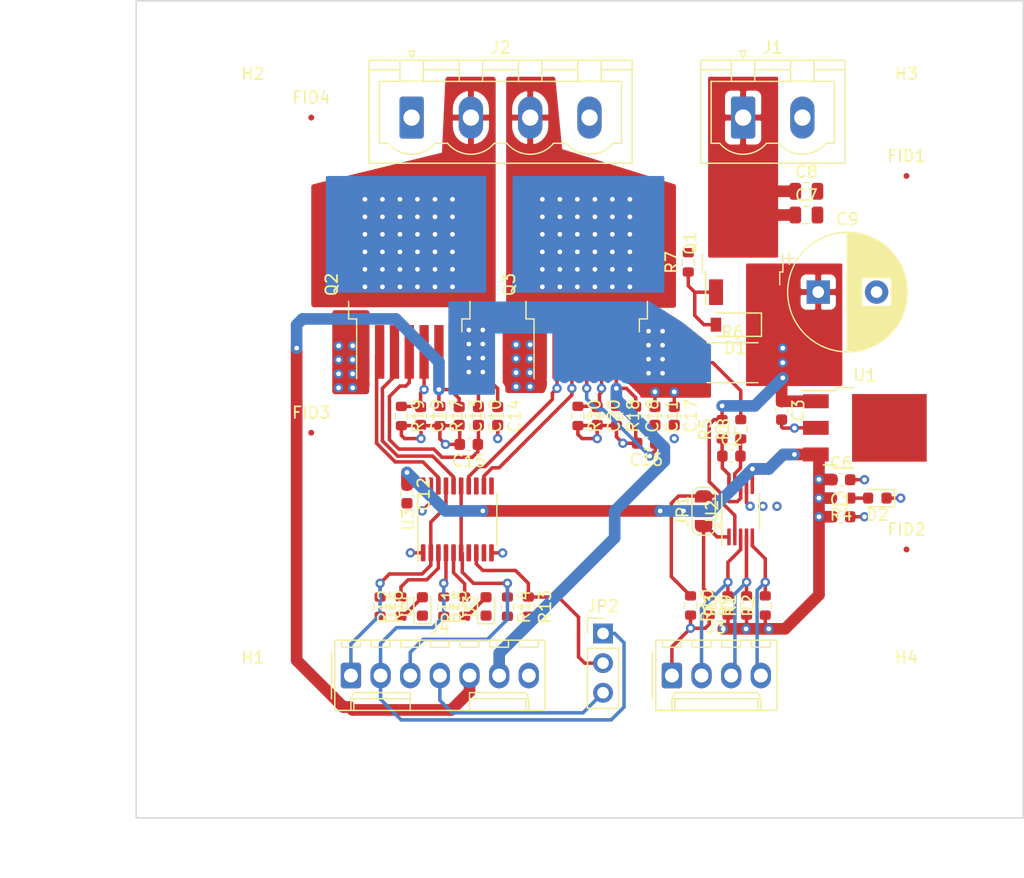
<source format=kicad_pcb>
(kicad_pcb (version 20171130) (host pcbnew 5.1.7-a382d34a8~87~ubuntu20.04.1)
  (title_block (title "DC MOTOR CONTROL") (date 2020-10-16) (rev "Rev: 1.0") (company "NOVOTEC ARGENTINA SRL") (comment 1 "Author: Ing. Luciano Vittori") (comment 2 "Reviewer: David Broin") (comment 3 "CERN Open Hardware Licence Version 2 - Permissive"))
  (layers (0 F.Cu signal) (31 B.Cu signal) (34 B.Paste user hide) (35 F.Paste user hide) (36 B.SilkS user) (37 F.SilkS user hide) (38 B.Mask user) (39 F.Mask user) (44 Edge.Cuts user))
  (net 0 "")
  (net 1 GND)
  (net 2 +5V)
  (net 3 "Net-(C2-Pad2)")
  (net 4 "Net-(C2-Pad1)")
  (net 5 VCC)
  (net 6 "Net-(C7-Pad1)")
  (net 7 "Net-(C10-Pad2)")
  (net 8 Vdrive)
  (net 9 "Net-(C11-Pad2)")
  (net 10 /IS-A)
  (net 11 /IS-B)
  (net 12 "Net-(C19-Pad1)")
  (net 13 "Net-(C20-Pad1)")
  (net 14 "Net-(D1-Pad2)")
  (net 15 "Net-(D2-Pad2)")
  (net 16 "Net-(D3-Pad2)")
  (net 17 "Net-(D4-Pad2)")
  (net 18 /ALERT)
  (net 19 /SCL)
  (net 20 /SDA)
  (net 21 /EN_2)
  (net 22 /EN_1)
  (net 23 /PWM2)
  (net 24 /PWM1)
  (net 25 /A0)
  (net 26 /A1)
  (net 27 "Net-(JP2-Pad2)")
  (net 28 /INH-A)
  (net 29 /IN-A)
  (net 30 /INH-B)
  (net 31 /IN-B)
  (net 32 "Net-(R11-Pad2)")
  (net 33 "Net-(R12-Pad2)")
  (net 34 "Net-(U3-Pad13)")
  (net 35 "Net-(U3-Pad11)")
  (net 36 "Net-(U3-Pad9)")
  (net 37 "Net-(U3-Pad7)")
  (module Resistor_SMD:R_0603_1608Metric (layer F.Cu) (at 70.72 83.568 270)
    (fp_text reference R19 (at 0 -1.43 90) (layer F.SilkS))
    (fp_text value 470R)
    (pad 2 smd roundrect (at 0.825 0 270) (size 0.8 0.95) (layers F.Cu F.Paste F.Mask) (net 1 GND))
    (pad 1 smd roundrect (at -0.825 0 270) (size 0.8 0.95) (layers F.Cu F.Paste F.Mask) (net 12 "Net-(C19-Pad1)"))
  )
  (module Resistor_SMD:R_0603_1608Metric (layer F.Cu) (at 76.145712 99.9 90)
    (fp_text reference R11 (at 0 -1.43 90) (layer F.SilkS))
    (fp_text value 3k3)
    (pad 2 smd roundrect (at 0.825 0 90) (size 0.8 0.95) (layers F.Cu F.Paste F.Mask) (net 32 "Net-(R11-Pad2)"))
    (pad 1 smd roundrect (at -0.825 0 90) (size 0.8 0.95) (layers F.Cu F.Paste F.Mask) (net 16 "Net-(D3-Pad2)"))
  )
  (module Package_TO_SOT_SMD:TO-252-3_TabPin2 (layer F.Cu) (at 110.434 84.582)
    (fp_text reference U1 (at 0 -4.5) (layer F.SilkS))
    (fp_text value L7805)
    (pad 1 smd rect (at -4.2 -2.28) (size 2.2 1.2) (layers F.Cu F.Paste F.Mask) (net 5 VCC))
    (pad 2 smd rect (at -4.2 0) (size 2.2 1.2) (layers F.Cu F.Paste F.Mask) (net 1 GND))
    (pad 3 smd rect (at -4.2 2.28) (size 2.2 1.2) (layers F.Cu F.Paste F.Mask) (net 2 +5V))
    (pad 2 smd rect (at 2.1 0) (size 6.4 5.8) (layers F.Cu F.Mask) (net 1 GND))
  )
  (module Resistor_SMD:R_0603_1608Metric (layer F.Cu) (at 108.4 90.6 180)
    (fp_text reference R4 (at 0 -1.43) (layer F.SilkS))
    (fp_text value 3k3)
    (pad 2 smd roundrect (at 0.825 0 180) (size 0.8 0.95) (layers F.Cu F.Paste F.Mask) (net 2 +5V))
    (pad 1 smd roundrect (at -0.825 0 180) (size 0.8 0.95) (layers F.Cu F.Paste F.Mask) (net 15 "Net-(D2-Pad2)"))
  )
  (module LED_SMD:LED_0603_1608Metric (layer F.Cu) (at 111.5 90.6 180)
    (fp_text reference D2 (at 0 -1.43) (layer F.SilkS))
    (fp_text value "Green led 0603")
    (pad 2 smd roundrect (at 0.7875 0 180) (size 0.875 0.95) (layers F.Cu F.Paste F.Mask) (net 15 "Net-(D2-Pad2)"))
    (pad 1 smd roundrect (at -0.7875 0 180) (size 0.875 0.95) (layers F.Cu F.Paste F.Mask) (net 1 GND))
  )
  (module Capacitor_SMD:C_0603_1608Metric (layer F.Cu) (at 108.405 89.027)
    (fp_text reference C6 (at 0 -1.43) (layer F.SilkS))
    (fp_text value 100nF)
    (pad 2 smd roundrect (at 0.775 0) (size 0.9 0.95) (layers F.Cu F.Paste F.Mask) (net 1 GND))
    (pad 1 smd roundrect (at -0.775 0) (size 0.9 0.95) (layers F.Cu F.Paste F.Mask) (net 2 +5V))
  )
  (module Capacitor_SMD:C_0603_1608Metric (layer F.Cu) (at 103.3 83.1 270)
    (fp_text reference C3 (at 0 -1.43 90) (layer F.SilkS))
    (fp_text value 100nF)
    (pad 2 smd roundrect (at 0.775 0 270) (size 0.9 0.95) (layers F.Cu F.Paste F.Mask) (net 1 GND))
    (pad 1 smd roundrect (at -0.775 0 270) (size 0.9 0.95) (layers F.Cu F.Paste F.Mask) (net 5 VCC))
  )
  (module Package_SO:TSSOP-20_4.4x6.5mm_P0.65mm (layer F.Cu) (at 75.518 92.427 90)
    (fp_text reference U3 (at 0 -4.2 90) (layer F.SilkS))
    (fp_text value 74AHC244)
    (pad 20 smd roundrect (at 2.8625 -2.925 90) (size 1.475 0.4) (layers F.Cu F.Paste F.Mask) (net 2 +5V))
    (pad 19 smd roundrect (at 2.8625 -2.275 90) (size 1.475 0.4) (layers F.Cu F.Paste F.Mask) (net 1 GND))
    (pad 18 smd roundrect (at 2.8625 -1.625 90) (size 1.475 0.4) (layers F.Cu F.Paste F.Mask) (net 29 /IN-A))
    (pad 17 smd roundrect (at 2.8625 -0.975 90) (size 1.475 0.4) (layers F.Cu F.Paste F.Mask) (net 24 /PWM1))
    (pad 16 smd roundrect (at 2.8625 -0.325 90) (size 1.475 0.4) (layers F.Cu F.Paste F.Mask) (net 28 /INH-A))
    (pad 15 smd roundrect (at 2.8625 0.325 90) (size 1.475 0.4) (layers F.Cu F.Paste F.Mask) (net 23 /PWM2))
    (pad 14 smd roundrect (at 2.8625 0.975 90) (size 1.475 0.4) (layers F.Cu F.Paste F.Mask) (net 31 /IN-B))
    (pad 13 smd roundrect (at 2.8625 1.625 90) (size 1.475 0.4) (layers F.Cu F.Paste F.Mask) (net 34 "Net-(U3-Pad13)"))
    (pad 12 smd roundrect (at 2.8625 2.275 90) (size 1.475 0.4) (layers F.Cu F.Paste F.Mask) (net 30 /INH-B))
    (pad 11 smd roundrect (at 2.8625 2.925 90) (size 1.475 0.4) (layers F.Cu F.Paste F.Mask) (net 35 "Net-(U3-Pad11)"))
    (pad 10 smd roundrect (at -2.8625 2.925 90) (size 1.475 0.4) (layers F.Cu F.Paste F.Mask) (net 1 GND))
    (pad 9 smd roundrect (at -2.8625 2.275 90) (size 1.475 0.4) (layers F.Cu F.Paste F.Mask) (net 36 "Net-(U3-Pad9)"))
    (pad 8 smd roundrect (at -2.8625 1.625 90) (size 1.475 0.4) (layers F.Cu F.Paste F.Mask) (net 27 "Net-(JP2-Pad2)"))
    (pad 7 smd roundrect (at -2.8625 0.975 90) (size 1.475 0.4) (layers F.Cu F.Paste F.Mask) (net 37 "Net-(U3-Pad7)"))
    (pad 6 smd roundrect (at -2.8625 0.325 90) (size 1.475 0.4) (layers F.Cu F.Paste F.Mask) (net 23 /PWM2))
    (pad 5 smd roundrect (at -2.8625 -0.325 90) (size 1.475 0.4) (layers F.Cu F.Paste F.Mask) (net 32 "Net-(R11-Pad2)"))
    (pad 4 smd roundrect (at -2.8625 -0.975 90) (size 1.475 0.4) (layers F.Cu F.Paste F.Mask) (net 22 /EN_1))
    (pad 3 smd roundrect (at -2.8625 -1.625 90) (size 1.475 0.4) (layers F.Cu F.Paste F.Mask) (net 33 "Net-(R12-Pad2)"))
    (pad 2 smd roundrect (at -2.8625 -2.275 90) (size 1.475 0.4) (layers F.Cu F.Paste F.Mask) (net 24 /PWM1))
    (pad 1 smd roundrect (at -2.8625 -2.925 90) (size 1.475 0.4) (layers F.Cu F.Paste F.Mask) (net 1 GND))
  )
  (module Package_SO:VSSOP-10_3x3mm_P0.5mm (layer F.Cu) (at 99.789 91.725 90)
    (fp_text reference U2 (at 0 -2.45 90) (layer F.SilkS))
    (fp_text value INA226)
    (pad 10 smd roundrect (at 2.2 -1 90) (size 1.45 0.3) (layers F.Cu F.Paste F.Mask) (net 4 "Net-(C2-Pad1)"))
    (pad 9 smd roundrect (at 2.2 -0.5 90) (size 1.45 0.3) (layers F.Cu F.Paste F.Mask) (net 3 "Net-(C2-Pad2)"))
    (pad 8 smd roundrect (at 2.2 0 90) (size 1.45 0.3) (layers F.Cu F.Paste F.Mask) (net 5 VCC))
    (pad 7 smd roundrect (at 2.2 0.5 90) (size 1.45 0.3) (layers F.Cu F.Paste F.Mask) (net 1 GND))
    (pad 6 smd roundrect (at 2.2 1 90) (size 1.45 0.3) (layers F.Cu F.Paste F.Mask) (net 2 +5V))
    (pad 5 smd roundrect (at -2.2 1 90) (size 1.45 0.3) (layers F.Cu F.Paste F.Mask) (net 19 /SCL))
    (pad 4 smd roundrect (at -2.2 0.5 90) (size 1.45 0.3) (layers F.Cu F.Paste F.Mask) (net 20 /SDA))
    (pad 3 smd roundrect (at -2.2 0 90) (size 1.45 0.3) (layers F.Cu F.Paste F.Mask) (net 18 /ALERT))
    (pad 2 smd roundrect (at -2.2 -0.5 90) (size 1.45 0.3) (layers F.Cu F.Paste F.Mask) (net 25 /A0))
    (pad 1 smd roundrect (at -2.2 -1 90) (size 1.45 0.3) (layers F.Cu F.Paste F.Mask) (net 26 /A1))
  )
  (module Resistor_SMD:R_0603_1608Metric (layer F.Cu) (at 85.847 83.56 270)
    (fp_text reference R20 (at 0 -1.43 90) (layer F.SilkS))
    (fp_text value 470R)
    (pad 2 smd roundrect (at 0.825 0 270) (size 0.8 0.95) (layers F.Cu F.Paste F.Mask) (net 1 GND))
    (pad 1 smd roundrect (at -0.825 0 270) (size 0.8 0.95) (layers F.Cu F.Paste F.Mask) (net 13 "Net-(C20-Pad1)"))
  )
  (module Resistor_SMD:R_0603_1608Metric (layer F.Cu) (at 89.149 83.56 270)
    (fp_text reference R18 (at 0 -1.43 90) (layer F.SilkS))
    (fp_text value 1k)
    (pad 2 smd roundrect (at 0.825 0 270) (size 0.8 0.95) (layers F.Cu F.Paste F.Mask) (net 1 GND))
    (pad 1 smd roundrect (at -0.825 0 270) (size 0.8 0.95) (layers F.Cu F.Paste F.Mask) (net 11 /IS-B))
  )
  (module Resistor_SMD:R_0603_1608Metric (layer F.Cu) (at 74.022 83.568 270)
    (fp_text reference R17 (at 0 -1.43 90) (layer F.SilkS))
    (fp_text value 1k)
    (pad 2 smd roundrect (at 0.825 0 270) (size 0.8 0.95) (layers F.Cu F.Paste F.Mask) (net 1 GND))
    (pad 1 smd roundrect (at -0.825 0 270) (size 0.8 0.95) (layers F.Cu F.Paste F.Mask) (net 10 /IS-A))
  )
  (module Resistor_SMD:R_0603_1608Metric (layer F.Cu) (at 68.9 99.9 270)
    (fp_text reference R16 (at 0 -1.43 90) (layer F.SilkS))
    (fp_text value 10k)
    (pad 2 smd roundrect (at 0.825 0 270) (size 0.8 0.95) (layers F.Cu F.Paste F.Mask) (net 1 GND))
    (pad 1 smd roundrect (at -0.825 0 270) (size 0.8 0.95) (layers F.Cu F.Paste F.Mask) (net 24 /PWM1))
  )
  (module Resistor_SMD:R_0603_1608Metric (layer F.Cu) (at 74.354284 99.9 270)
    (fp_text reference R15 (at 0 -1.43 90) (layer F.SilkS))
    (fp_text value 10k)
    (pad 2 smd roundrect (at 0.825 0 270) (size 0.8 0.95) (layers F.Cu F.Paste F.Mask) (net 1 GND))
    (pad 1 smd roundrect (at -0.825 0 270) (size 0.8 0.95) (layers F.Cu F.Paste F.Mask) (net 22 /EN_1))
  )
  (module Resistor_SMD:R_0603_1608Metric (layer F.Cu) (at 79.808568 99.9 270)
    (fp_text reference R14 (at 0 -1.43 90) (layer F.SilkS))
    (fp_text value 10k)
    (pad 2 smd roundrect (at 0.825 0 270) (size 0.8 0.95) (layers F.Cu F.Paste F.Mask) (net 1 GND))
    (pad 1 smd roundrect (at -0.825 0 270) (size 0.8 0.95) (layers F.Cu F.Paste F.Mask) (net 23 /PWM2))
  )
  (module Resistor_SMD:R_0603_1608Metric (layer F.Cu) (at 81.6 99.9 270)
    (fp_text reference R13 (at 0 -1.43 90) (layer F.SilkS))
    (fp_text value 10k)
    (pad 2 smd roundrect (at 0.825 0 270) (size 0.8 0.95) (layers F.Cu F.Paste F.Mask) (net 1 GND))
    (pad 1 smd roundrect (at -0.825 0 270) (size 0.8 0.95) (layers F.Cu F.Paste F.Mask) (net 27 "Net-(JP2-Pad2)"))
  )
  (module Resistor_SMD:R_0603_1608Metric (layer F.Cu) (at 70.691428 99.9 90)
    (fp_text reference R12 (at 0 -1.43 90) (layer F.SilkS))
    (fp_text value 3k3)
    (pad 2 smd roundrect (at 0.825 0 90) (size 0.8 0.95) (layers F.Cu F.Paste F.Mask) (net 33 "Net-(R12-Pad2)"))
    (pad 1 smd roundrect (at -0.825 0 90) (size 0.8 0.95) (layers F.Cu F.Paste F.Mask) (net 17 "Net-(D4-Pad2)"))
  )
  (module Resistor_SMD:R_0603_1608Metric (layer F.Cu) (at 95.5 99.8 270)
    (fp_text reference R10 (at 0 -1.43 90) (layer F.SilkS))
    (fp_text value 4k7)
    (pad 2 smd roundrect (at 0.825 0 270) (size 0.8 0.95) (layers F.Cu F.Paste F.Mask) (net 1 GND))
    (pad 1 smd roundrect (at -0.825 0 270) (size 0.8 0.95) (layers F.Cu F.Paste F.Mask) (net 25 /A0))
  )
  (module Resistor_SMD:R_0603_1608Metric (layer F.Cu) (at 97.1 99.8 270)
    (fp_text reference R9 (at 0 -1.43 90) (layer F.SilkS))
    (fp_text value 4k7)
    (pad 2 smd roundrect (at 0.825 0 270) (size 0.8 0.95) (layers F.Cu F.Paste F.Mask) (net 1 GND))
    (pad 1 smd roundrect (at -0.825 0 270) (size 0.8 0.95) (layers F.Cu F.Paste F.Mask) (net 26 /A1))
  )
  (module Resistor_SMD:R_0603_1608Metric (layer F.Cu) (at 99.8 84.7 90)
    (fp_text reference R8 (at 0 -1.43 90) (layer F.SilkS))
    (fp_text value 10R)
    (pad 2 smd roundrect (at 0.825 0 90) (size 0.8 0.95) (layers F.Cu F.Paste F.Mask) (net 8 Vdrive))
    (pad 1 smd roundrect (at -0.825 0 90) (size 0.8 0.95) (layers F.Cu F.Paste F.Mask) (net 3 "Net-(C2-Pad2)"))
  )
  (module Resistor_SMD:R_0603_1608Metric (layer F.Cu) (at 95.3 70.4 90)
    (fp_text reference R7 (at 0 -1.43 90) (layer F.SilkS))
    (fp_text value 10k)
    (pad 2 smd roundrect (at 0.825 0 90) (size 0.8 0.95) (layers F.Cu F.Paste F.Mask) (net 1 GND))
    (pad 1 smd roundrect (at -0.825 0 90) (size 0.8 0.95) (layers F.Cu F.Paste F.Mask) (net 14 "Net-(D1-Pad2)"))
  )
  (module Resistor_SMD:R_2512_6332Metric (layer F.Cu) (at 99.1 79)
    (fp_text reference R6 (at 0 -2.62) (layer F.SilkS))
    (fp_text value 10mR)
    (pad 2 smd roundrect (at 2.9625 0) (size 1.225 3.35) (layers F.Cu F.Paste F.Mask) (roundrect_rratio 0.204082) (net 5 VCC))
    (pad 1 smd roundrect (at -2.9625 0) (size 1.225 3.35) (layers F.Cu F.Paste F.Mask) (roundrect_rratio 0.204082) (net 8 Vdrive))
  )
  (module Resistor_SMD:R_0603_1608Metric (layer F.Cu) (at 98.2 84.7 90)
    (fp_text reference R5 (at 0 -1.43 90) (layer F.SilkS))
    (fp_text value 10R)
    (pad 2 smd roundrect (at 0.825 0 90) (size 0.8 0.95) (layers F.Cu F.Paste F.Mask) (net 5 VCC))
    (pad 1 smd roundrect (at -0.825 0 90) (size 0.8 0.95) (layers F.Cu F.Paste F.Mask) (net 4 "Net-(C2-Pad1)"))
  )
  (module Resistor_SMD:R_0603_1608Metric (layer F.Cu) (at 98.7 99.8 90)
    (fp_text reference R3 (at 0 -1.43 90) (layer F.SilkS))
    (fp_text value 4k7)
    (pad 2 smd roundrect (at 0.825 0 90) (size 0.8 0.95) (layers F.Cu F.Paste F.Mask) (net 18 /ALERT))
    (pad 1 smd roundrect (at -0.825 0 90) (size 0.8 0.95) (layers F.Cu F.Paste F.Mask) (net 2 +5V))
  )
  (module Resistor_SMD:R_0603_1608Metric (layer F.Cu) (at 101.9 99.8 90)
    (fp_text reference R2 (at 0 -1.43 90) (layer F.SilkS))
    (fp_text value 4k7)
    (pad 2 smd roundrect (at 0.825 0 90) (size 0.8 0.95) (layers F.Cu F.Paste F.Mask) (net 19 /SCL))
    (pad 1 smd roundrect (at -0.825 0 90) (size 0.8 0.95) (layers F.Cu F.Paste F.Mask) (net 2 +5V))
  )
  (module Resistor_SMD:R_0603_1608Metric (layer F.Cu) (at 100.3 99.8 90)
    (fp_text reference R1 (at 0 -1.43 90) (layer F.SilkS))
    (fp_text value 4k7)
    (pad 2 smd roundrect (at 0.825 0 90) (size 0.8 0.95) (layers F.Cu F.Paste F.Mask) (net 20 /SDA))
    (pad 1 smd roundrect (at -0.825 0 90) (size 0.8 0.95) (layers F.Cu F.Paste F.Mask) (net 2 +5V))
  )
  (module Package_TO_SOT_SMD:TO-263-7_TabPin8 (layer F.Cu) (at 86.6 72.3 90)
    (fp_text reference Q3 (at 0 -6.65 90) (layer F.SilkS))
    (fp_text value BTN8982TA)
    (pad 1 smd rect (at -5.775 -3.81 90) (size 4.6 0.8) (layers F.Cu F.Paste F.Mask) (net 1 GND))
    (pad 2 smd rect (at -5.775 -2.54 90) (size 4.6 0.8) (layers F.Cu F.Paste F.Mask) (net 31 /IN-B))
    (pad 3 smd rect (at -5.775 -1.27 90) (size 4.6 0.8) (layers F.Cu F.Paste F.Mask) (net 30 /INH-B))
    (pad 4 smd rect (at -5.775 0 90) (size 4.6 0.8) (layers F.Cu F.Paste F.Mask) (net 9 "Net-(C11-Pad2)"))
    (pad 5 smd rect (at -5.775 1.27 90) (size 4.6 0.8) (layers F.Cu F.Paste F.Mask) (net 13 "Net-(C20-Pad1)"))
    (pad 6 smd rect (at -5.775 2.54 90) (size 4.6 0.8) (layers F.Cu F.Paste F.Mask) (net 11 /IS-B))
    (pad 7 smd rect (at -5.775 3.81 90) (size 4.6 0.8) (layers F.Cu F.Paste F.Mask) (net 8 Vdrive))
    (pad 8 smd rect (at 3.375 0 90) (size 9.4 10.8) (layers F.Cu F.Mask) (net 9 "Net-(C11-Pad2)"))
  )
  (module Package_TO_SOT_SMD:TO-263-7_TabPin8 (layer F.Cu) (at 71.4 72.3 90)
    (fp_text reference Q2 (at 0 -6.65 90) (layer F.SilkS))
    (fp_text value BTN8982TA)
    (pad 1 smd rect (at -5.775 -3.81 90) (size 4.6 0.8) (layers F.Cu F.Paste F.Mask) (net 1 GND))
    (pad 2 smd rect (at -5.775 -2.54 90) (size 4.6 0.8) (layers F.Cu F.Paste F.Mask) (net 29 /IN-A))
    (pad 3 smd rect (at -5.775 -1.27 90) (size 4.6 0.8) (layers F.Cu F.Paste F.Mask) (net 28 /INH-A))
    (pad 4 smd rect (at -5.775 0 90) (size 4.6 0.8) (layers F.Cu F.Paste F.Mask) (net 7 "Net-(C10-Pad2)"))
    (pad 5 smd rect (at -5.775 1.27 90) (size 4.6 0.8) (layers F.Cu F.Paste F.Mask) (net 12 "Net-(C19-Pad1)"))
    (pad 6 smd rect (at -5.775 2.54 90) (size 4.6 0.8) (layers F.Cu F.Paste F.Mask) (net 10 /IS-A))
    (pad 7 smd rect (at -5.775 3.81 90) (size 4.6 0.8) (layers F.Cu F.Paste F.Mask) (net 8 Vdrive))
    (pad 8 smd rect (at 3.375 0 90) (size 9.4 10.8) (layers F.Cu F.Mask) (net 7 "Net-(C10-Pad2)"))
  )
  (module Package_TO_SOT_SMD:TO-252-2 (layer F.Cu) (at 99.96 68.758 90)
    (fp_text reference Q1 (at 0 -4.5 90) (layer F.SilkS))
    (fp_text value IPD90P03P4L04)
    (pad 1 smd rect (at -4.2 -2.28 90) (size 2.2 1.2) (layers F.Cu F.Paste F.Mask) (net 14 "Net-(D1-Pad2)"))
    (pad 3 smd rect (at -4.2 2.28 90) (size 2.2 1.2) (layers F.Cu F.Paste F.Mask) (net 5 VCC))
    (pad 2 smd rect (at 2.1 0 90) (size 6.4 5.8) (layers F.Cu F.Mask) (net 6 "Net-(C7-Pad1)"))
  )
  (module Connector_PinHeader_2.54mm:PinHeader_1x03_P2.54mm_Vertical (layer F.Cu) (at 88 102.2)
    (fp_text reference JP2 (at 0 -2.33) (layer F.SilkS))
    (fp_text value EN_Option)
    (pad 3 thru_hole oval (at 0 5.08) (size 1.7 1.7) (drill 1) (layers *.Cu *.Mask) (net 21 /EN_2))
    (pad 2 thru_hole oval (at 0 2.54) (size 1.7 1.7) (drill 1) (layers *.Cu *.Mask) (net 27 "Net-(JP2-Pad2)"))
    (pad 1 thru_hole rect (at 0 0) (size 1.7 1.7) (drill 1) (layers *.Cu *.Mask) (net 22 /EN_1))
  )
  (module Jumper:SolderJumper-3_P1.3mm_Open_RoundedPad1.0x1.5mm (layer F.Cu) (at 96.614 91.725 90)
    (fp_text reference JP1 (at 0 -1.8 90) (layer F.SilkS))
    (fp_text value SolderJumper_3_Open)
    (pad 2 smd rect (at 0 0 90) (size 1 1.5) (layers F.Cu F.Mask) (net 2 +5V))
    (pad 3 smd custom (at 1.3 0 90) (size 1 0.5) (layers F.Cu F.Mask) (net 25 /A0) (options (clearance outline) (anchor rect)) (primitives (gr_circle (center 0 0.25) (end 0.5 0.25) (width 0)) (gr_circle (center 0 -0.25) (end 0.5 -0.25) (width 0)) (gr_poly (pts (xy -0.55 -0.75) (xy 0 -0.75) (xy 0 0.75) (xy -0.55 0.75)) (width 0))))
    (pad 1 smd custom (at -1.3 0 90) (size 1 0.5) (layers F.Cu F.Mask) (net 26 /A1) (options (clearance outline) (anchor rect)) (primitives (gr_circle (center 0 0.25) (end 0.5 0.25) (width 0)) (gr_circle (center 0 -0.25) (end 0.5 -0.25) (width 0)) (gr_poly (pts (xy 0.55 -0.75) (xy 0 -0.75) (xy 0 0.75) (xy 0.55 0.75)) (width 0))))
  )
  (module Connector_Molex:Molex_KK-254_AE-6410-07A_1x07_P2.54mm_Vertical (layer F.Cu) (at 66.4 105.8)
    (fp_text reference J4 (at 7.62 -4.12) (layer F.SilkS))
    (fp_text value Conn_01x07)
    (pad 7 thru_hole oval (at 15.24 0) (size 1.74 2.19) (drill 1.19) (layers *.Cu *.Mask) (net 1 GND))
    (pad 6 thru_hole oval (at 12.7 0) (size 1.74 2.19) (drill 1.19) (layers *.Cu *.Mask) (net 11 /IS-B))
    (pad 5 thru_hole oval (at 10.16 0) (size 1.74 2.19) (drill 1.19) (layers *.Cu *.Mask) (net 10 /IS-A))
    (pad 4 thru_hole oval (at 7.62 0) (size 1.74 2.19) (drill 1.19) (layers *.Cu *.Mask) (net 21 /EN_2))
    (pad 3 thru_hole oval (at 5.08 0) (size 1.74 2.19) (drill 1.19) (layers *.Cu *.Mask) (net 23 /PWM2))
    (pad 2 thru_hole oval (at 2.54 0) (size 1.74 2.19) (drill 1.19) (layers *.Cu *.Mask) (net 22 /EN_1))
    (pad 1 thru_hole roundrect (at 0 0) (size 1.74 2.19) (drill 1.19) (layers *.Cu *.Mask) (roundrect_rratio 0.143678) (net 24 /PWM1))
  )
  (module Connector_Molex:Molex_KK-254_AE-6410-04A_1x04_P2.54mm_Vertical (layer F.Cu) (at 93.9 105.8)
    (fp_text reference J3 (at 3.81 -4.12) (layer F.SilkS))
    (fp_text value Conn_01x04)
    (pad 4 thru_hole oval (at 7.62 0) (size 1.74 2.19) (drill 1.19) (layers *.Cu *.Mask) (net 19 /SCL))
    (pad 3 thru_hole oval (at 5.08 0) (size 1.74 2.19) (drill 1.19) (layers *.Cu *.Mask) (net 20 /SDA))
    (pad 2 thru_hole oval (at 2.54 0) (size 1.74 2.19) (drill 1.19) (layers *.Cu *.Mask) (net 18 /ALERT))
    (pad 1 thru_hole roundrect (at 0 0) (size 1.74 2.19) (drill 1.19) (layers *.Cu *.Mask) (roundrect_rratio 0.143678) (net 1 GND))
  )
  (module Connector_Phoenix_MSTB:PhoenixContact_MSTBVA_2,5_4-G-5,08_1x04_P5.08mm_Vertical (layer F.Cu) (at 71.6 58)
    (fp_text reference J2 (at 7.62 -6) (layer F.SilkS))
    (fp_text value Conn_01x04)
    (pad 4 thru_hole oval (at 15.24 0) (size 2.08 3.6) (drill 1.4) (layers *.Cu *.Mask) (net 1 GND))
    (pad 3 thru_hole oval (at 10.16 0) (size 2.08 3.6) (drill 1.4) (layers *.Cu *.Mask) (net 9 "Net-(C11-Pad2)"))
    (pad 2 thru_hole oval (at 5.08 0) (size 2.08 3.6) (drill 1.4) (layers *.Cu *.Mask) (net 7 "Net-(C10-Pad2)"))
    (pad 1 thru_hole roundrect (at 0 0) (size 2.08 3.6) (drill 1.4) (layers *.Cu *.Mask) (roundrect_rratio 0.120192) (net 1 GND))
  )
  (module Connector_Phoenix_MSTB:PhoenixContact_MSTBVA_2,5_2-G-5,08_1x02_P5.08mm_Vertical (layer F.Cu) (at 100 58)
    (fp_text reference J1 (at 2.54 -6) (layer F.SilkS))
    (fp_text value Conn_01x02)
    (pad 2 thru_hole oval (at 5.08 0) (size 2.08 3.6) (drill 1.4) (layers *.Cu *.Mask) (net 1 GND))
    (pad 1 thru_hole roundrect (at 0 0) (size 2.08 3.6) (drill 1.4) (layers *.Cu *.Mask) (roundrect_rratio 0.120192) (net 6 "Net-(C7-Pad1)"))
  )
  (module MountingHole:MountingHole_3.2mm_M3_ISO14580 (layer F.Cu) (at 114 108)
    (fp_text reference H4 (at 0 -3.75) (layer F.SilkS))
    (fp_text value MountingHole)
    (pad 1 np_thru_hole circle (at 0 0) (size 3.2 3.2) (drill 3.2) (layers *.Cu *.Mask))
  )
  (module MountingHole:MountingHole_3.2mm_M3_ISO14580 (layer F.Cu) (at 114 58)
    (fp_text reference H3 (at 0 -3.75) (layer F.SilkS))
    (fp_text value MountingHole)
    (pad 1 np_thru_hole circle (at 0 0) (size 3.2 3.2) (drill 3.2) (layers *.Cu *.Mask))
  )
  (module MountingHole:MountingHole_3.2mm_M3_ISO14580 (layer F.Cu) (at 58 58)
    (fp_text reference H2 (at 0 -3.75) (layer F.SilkS))
    (fp_text value MountingHole)
    (pad 1 np_thru_hole circle (at 0 0) (size 3.2 3.2) (drill 3.2) (layers *.Cu *.Mask))
  )
  (module MountingHole:MountingHole_3.2mm_M3_ISO14580 (layer F.Cu) (at 58 108)
    (fp_text reference H1 (at 0 -3.75) (layer F.SilkS))
    (fp_text value MountingHole)
    (pad 1 np_thru_hole circle (at 0 0) (size 3.2 3.2) (drill 3.2) (layers *.Cu *.Mask))
  )
  (module Fiducial:Fiducial_0.5mm_Mask1.5mm (layer F.Cu) (at 63 58)
    (fp_text reference FID4 (at 0 -1.7145) (layer F.SilkS))
    (fp_text value Fiducial)
    (pad "" smd circle (at 0 0) (size 0.5 0.5) (layers F.Cu F.Mask) (clearance 0.5))
  )
  (module Fiducial:Fiducial_0.5mm_Mask1.5mm (layer F.Cu) (at 63 85)
    (fp_text reference FID3 (at 0 -1.7145) (layer F.SilkS))
    (fp_text value Fiducial)
    (pad "" smd circle (at 0 0) (size 0.5 0.5) (layers F.Cu F.Mask) (clearance 0.5))
  )
  (module Fiducial:Fiducial_0.5mm_Mask1.5mm (layer F.Cu) (at 114 95)
    (fp_text reference FID2 (at 0 -1.7145) (layer F.SilkS))
    (fp_text value Fiducial)
    (pad "" smd circle (at 0 0) (size 0.5 0.5) (layers F.Cu F.Mask) (clearance 0.5))
  )
  (module Fiducial:Fiducial_0.5mm_Mask1.5mm (layer F.Cu) (at 114 63)
    (fp_text reference FID1 (at 0 -1.7145) (layer F.SilkS))
    (fp_text value Fiducial)
    (pad "" smd circle (at 0 0) (size 0.5 0.5) (layers F.Cu F.Mask) (clearance 0.5))
  )
  (module LED_SMD:LED_0603_1608Metric (layer F.Cu) (at 72.522856 99.88 90)
    (fp_text reference D4 (at 0 -1.43 90) (layer F.SilkS))
    (fp_text value "Blue led 0603")
    (pad 2 smd roundrect (at 0.7875 0 90) (size 0.875 0.95) (layers F.Cu F.Paste F.Mask) (net 17 "Net-(D4-Pad2)"))
    (pad 1 smd roundrect (at -0.7875 0 90) (size 0.875 0.95) (layers F.Cu F.Paste F.Mask) (net 1 GND))
  )
  (module LED_SMD:LED_0603_1608Metric (layer F.Cu) (at 77.97714 99.88 90)
    (fp_text reference D3 (at 0 -1.43 90) (layer F.SilkS))
    (fp_text value "Yellow led 0603")
    (pad 2 smd roundrect (at 0.7875 0 90) (size 0.875 0.95) (layers F.Cu F.Paste F.Mask) (net 16 "Net-(D3-Pad2)"))
    (pad 1 smd roundrect (at -0.7875 0 90) (size 0.875 0.95) (layers F.Cu F.Paste F.Mask) (net 1 GND))
  )
  (module Diode_SMD:D_SOD-123 (layer F.Cu) (at 99.325 75.743 180)
    (fp_text reference D1 (at 0 -2) (layer F.SilkS))
    (fp_text value 10V)
    (pad 2 smd rect (at 1.65 0 180) (size 0.9 1.2) (layers F.Cu F.Paste F.Mask) (net 14 "Net-(D1-Pad2)"))
    (pad 1 smd rect (at -1.65 0 180) (size 0.9 1.2) (layers F.Cu F.Paste F.Mask) (net 5 VCC))
  )
  (module Capacitor_SMD:C_0603_1608Metric (layer F.Cu) (at 87.498 83.56 270)
    (fp_text reference C20 (at 0 -1.43 90) (layer F.SilkS))
    (fp_text value 100nF)
    (pad 2 smd roundrect (at 0.775 0 270) (size 0.9 0.95) (layers F.Cu F.Paste F.Mask) (net 1 GND))
    (pad 1 smd roundrect (at -0.775 0 270) (size 0.9 0.95) (layers F.Cu F.Paste F.Mask) (net 13 "Net-(C20-Pad1)"))
  )
  (module Capacitor_SMD:C_0603_1608Metric (layer F.Cu) (at 72.371 83.568 270)
    (fp_text reference C19 (at 0 -1.43 90) (layer F.SilkS))
    (fp_text value 100nF)
    (pad 2 smd roundrect (at 0.775 0 270) (size 0.9 0.95) (layers F.Cu F.Paste F.Mask) (net 1 GND))
    (pad 1 smd roundrect (at -0.775 0 270) (size 0.9 0.95) (layers F.Cu F.Paste F.Mask) (net 12 "Net-(C19-Pad1)"))
  )
  (module Capacitor_SMD:C_0603_1608Metric (layer F.Cu) (at 90.8 83.56 270)
    (fp_text reference C18 (at 0 -1.43 90) (layer F.SilkS))
    (fp_text value 1nF)
    (pad 1 smd roundrect (at -0.775 0 270) (size 0.9 0.95) (layers F.Cu F.Paste F.Mask) (net 11 /IS-B))
    (pad 2 smd roundrect (at 0.775 0 270) (size 0.9 0.95) (layers F.Cu F.Paste F.Mask) (net 1 GND))
  )
  (module Capacitor_SMD:C_0603_1608Metric (layer F.Cu) (at 94.102 83.56 270)
    (fp_text reference C17 (at 0 -1.43 90) (layer F.SilkS))
    (fp_text value 100nF)
    (pad 2 smd roundrect (at 0.775 0 270) (size 0.9 0.95) (layers F.Cu F.Paste F.Mask) (net 1 GND))
    (pad 1 smd roundrect (at -0.775 0 270) (size 0.9 0.95) (layers F.Cu F.Paste F.Mask) (net 8 Vdrive))
  )
  (module Capacitor_SMD:C_0603_1608Metric (layer F.Cu) (at 91.7 85.9 180)
    (fp_text reference C16 (at 0 -1.43) (layer F.SilkS))
    (fp_text value 220nF)
    (pad 2 smd roundrect (at 0.775 0 180) (size 0.9 0.95) (layers F.Cu F.Paste F.Mask) (net 1 GND))
    (pad 1 smd roundrect (at -0.775 0 180) (size 0.9 0.95) (layers F.Cu F.Paste F.Mask) (net 9 "Net-(C11-Pad2)"))
  )
  (module Capacitor_SMD:C_0603_1608Metric (layer F.Cu) (at 76.5 86 180)
    (fp_text reference C15 (at 0 -1.43) (layer F.SilkS))
    (fp_text value 220nF)
    (pad 2 smd roundrect (at 0.775 0 180) (size 0.9 0.95) (layers F.Cu F.Paste F.Mask) (net 1 GND))
    (pad 1 smd roundrect (at -0.775 0 180) (size 0.9 0.95) (layers F.Cu F.Paste F.Mask) (net 7 "Net-(C10-Pad2)"))
  )
  (module Capacitor_SMD:C_0603_1608Metric (layer F.Cu) (at 78.975 83.568 270)
    (fp_text reference C14 (at 0 -1.43 90) (layer F.SilkS))
    (fp_text value 100nF)
    (pad 2 smd roundrect (at 0.775 0 270) (size 0.9 0.95) (layers F.Cu F.Paste F.Mask) (net 1 GND))
    (pad 1 smd roundrect (at -0.775 0 270) (size 0.9 0.95) (layers F.Cu F.Paste F.Mask) (net 8 Vdrive))
  )
  (module Capacitor_SMD:C_0603_1608Metric (layer F.Cu) (at 75.673 83.568 270)
    (fp_text reference C13 (at 0 -1.43 90) (layer F.SilkS))
    (fp_text value 1nF)
    (pad 1 smd roundrect (at -0.775 0 270) (size 0.9 0.95) (layers F.Cu F.Paste F.Mask) (net 10 /IS-A))
    (pad 2 smd roundrect (at 0.775 0 270) (size 0.9 0.95) (layers F.Cu F.Paste F.Mask) (net 1 GND))
  )
  (module Capacitor_SMD:C_0603_1608Metric (layer F.Cu) (at 71.2 90.268 270)
    (fp_text reference C12 (at 0 -1.43 90) (layer F.SilkS))
    (fp_text value 100nF)
    (pad 2 smd roundrect (at 0.775 0 270) (size 0.9 0.95) (layers F.Cu F.Paste F.Mask) (net 1 GND))
    (pad 1 smd roundrect (at -0.775 0 270) (size 0.9 0.95) (layers F.Cu F.Paste F.Mask) (net 2 +5V))
  )
  (module Capacitor_SMD:C_0603_1608Metric (layer F.Cu) (at 92.451 83.56 270)
    (fp_text reference C11 (at 0 -1.43 90) (layer F.SilkS))
    (fp_text value 220nF)
    (pad 2 smd roundrect (at 0.775 0 270) (size 0.9 0.95) (layers F.Cu F.Paste F.Mask) (net 9 "Net-(C11-Pad2)"))
    (pad 1 smd roundrect (at -0.775 0 270) (size 0.9 0.95) (layers F.Cu F.Paste F.Mask) (net 8 Vdrive))
  )
  (module Capacitor_SMD:C_0603_1608Metric (layer F.Cu) (at 77.324 83.568 270)
    (fp_text reference C10 (at 0 -1.43 90) (layer F.SilkS))
    (fp_text value 220nF)
    (pad 2 smd roundrect (at 0.775 0 270) (size 0.9 0.95) (layers F.Cu F.Paste F.Mask) (net 7 "Net-(C10-Pad2)"))
    (pad 1 smd roundrect (at -0.775 0 270) (size 0.9 0.95) (layers F.Cu F.Paste F.Mask) (net 8 Vdrive))
  )
  (module Capacitor_THT:CP_Radial_D10.0mm_P5.00mm (layer F.Cu) (at 106.437 72.949)
    (fp_text reference C9 (at 2.5 -6.25) (layer F.SilkS))
    (fp_text value 1000uF/35V)
    (pad 2 thru_hole circle (at 5 0) (size 2 2) (drill 1) (layers *.Cu *.Mask) (net 1 GND))
    (pad 1 thru_hole rect (at 0 0) (size 2 2) (drill 1) (layers *.Cu *.Mask) (net 5 VCC))
  )
  (module Capacitor_SMD:C_0805_2012Metric (layer F.Cu) (at 105.421 64.313)
    (fp_text reference C8 (at 0 -1.68) (layer F.SilkS))
    (fp_text value 10uF)
    (pad 2 smd roundrect (at 0.95 0) (size 1 1.45) (layers F.Cu F.Paste F.Mask) (net 1 GND))
    (pad 1 smd roundrect (at -0.95 0) (size 1 1.45) (layers F.Cu F.Paste F.Mask) (net 6 "Net-(C7-Pad1)"))
  )
  (module Capacitor_SMD:C_0805_2012Metric (layer F.Cu) (at 105.421 66.345)
    (fp_text reference C7 (at 0 -1.68) (layer F.SilkS))
    (fp_text value 10uF)
    (pad 2 smd roundrect (at 0.95 0) (size 1 1.45) (layers F.Cu F.Paste F.Mask) (net 1 GND))
    (pad 1 smd roundrect (at -0.95 0) (size 1 1.45) (layers F.Cu F.Paste F.Mask) (net 6 "Net-(C7-Pad1)"))
  )
  (module Capacitor_SMD:C_0603_1608Metric (layer F.Cu) (at 99 87)
    (fp_text reference C2 (at 0 -1.43) (layer F.SilkS))
    (fp_text value 100nF)
    (pad 2 smd roundrect (at 0.775 0) (size 0.9 0.95) (layers F.Cu F.Paste F.Mask) (net 3 "Net-(C2-Pad2)"))
    (pad 1 smd roundrect (at -0.775 0) (size 0.9 0.95) (layers F.Cu F.Paste F.Mask) (net 4 "Net-(C2-Pad1)"))
  )
  (module Capacitor_SMD:C_0603_1608Metric (layer F.Cu) (at 108.4 92.2)
    (fp_text reference C1 (at 0 -1.43) (layer F.SilkS))
    (fp_text value 100nF)
    (pad 2 smd roundrect (at 0.775 0) (size 0.9 0.95) (layers F.Cu F.Paste F.Mask) (net 1 GND))
    (pad 1 smd roundrect (at -0.775 0) (size 0.9 0.95) (layers F.Cu F.Paste F.Mask) (net 2 +5V))
  )
  (gr_line (start 48 118) (end 48 48) (layer Edge.Cuts) (width 0.1))
  (gr_line (start 124 118) (end 48 118) (layer Edge.Cuts) (width 0.1))
  (gr_line (start 124 48) (end 124 118) (layer Edge.Cuts) (width 0.1))
  (gr_line (start 48 48) (end 124 48) (layer Edge.Cuts) (width 0.1))
  (via (at 95.5 101.75) (size 0.8) (drill 0.4) (layers F.Cu B.Cu) (net 1))
  (via (at 94.102 85.5) (size 0.8) (drill 0.4) (layers F.Cu B.Cu) (net 1))
  (via (at 78.975 85.5) (size 0.8) (drill 0.4) (layers F.Cu B.Cu) (net 1))
  (via (at 71.5 95.2895) (size 0.8) (drill 0.4) (layers F.Cu B.Cu) (net 1))
  (via (at 79.4 95.3) (size 0.8) (drill 0.4) (layers F.Cu B.Cu) (net 1))
  (via (at 102.2 101.8) (size 0.8) (drill 0.4) (layers F.Cu B.Cu) (net 2))
  (via (at 98.3 101.8) (size 0.8) (drill 0.4) (layers F.Cu B.Cu) (net 2))
  (via (at 100.25 101.8) (size 0.8) (drill 0.4) (layers F.Cu B.Cu) (net 2))
  (via (at 104.4 84.6) (size 0.8) (drill 0.4) (layers F.Cu B.Cu) (net 1))
  (via (at 110.4 89.027) (size 0.8) (drill 0.4) (layers F.Cu B.Cu) (net 1))
  (via (at 113.5 90.6) (size 0.8) (drill 0.4) (layers F.Cu B.Cu) (net 1))
  (via (at 110.4 92.2) (size 0.8) (drill 0.4) (layers F.Cu B.Cu) (net 1))
  (via (at 87.5 85.5) (size 0.8) (drill 0.4) (layers F.Cu B.Cu) (net 1))
  (via (at 71.2 88.4) (size 0.8) (drill 0.4) (layers F.Cu B.Cu) (net 2))
  (via (at 104.4 86.862) (size 0.8) (drill 0.4) (layers F.Cu B.Cu) (net 2))
  (via (at 106.5 90.6) (size 0.8) (drill 0.4) (layers F.Cu B.Cu) (net 2))
  (via (at 106.5 89) (size 0.8) (drill 0.4) (layers F.Cu B.Cu) (net 2))
  (via (at 106.5 92.2) (size 0.8) (drill 0.4) (layers F.Cu B.Cu) (net 2))
  (via (at 68.9 97.9) (size 0.8) (drill 0.4) (layers F.Cu B.Cu) (net 24))
  (via (at 89.7 85.9) (size 0.8) (drill 0.4) (layers F.Cu B.Cu) (net 1))
  (via (at 80.55 78.65) (size 0.8) (drill 0.4) (layers F.Cu B.Cu) (net 1))
  (via (at 80.55 81.05) (size 0.8) (drill 0.4) (layers F.Cu B.Cu) (net 1))
  (via (at 81.75 77.45) (size 0.8) (drill 0.4) (layers F.Cu B.Cu) (net 1))
  (via (at 80.55 79.85) (size 0.8) (drill 0.4) (layers F.Cu B.Cu) (net 1))
  (via (at 81.75 78.65) (size 0.8) (drill 0.4) (layers F.Cu B.Cu) (net 1))
  (via (at 80.55 77.45) (size 0.8) (drill 0.4) (layers F.Cu B.Cu) (net 1))
  (via (at 81.75 81.05) (size 0.8) (drill 0.4) (layers F.Cu B.Cu) (net 1))
  (via (at 81.75 79.85) (size 0.8) (drill 0.4) (layers F.Cu B.Cu) (net 1))
  (via (at 65.35 78.75) (size 0.8) (drill 0.4) (layers F.Cu B.Cu) (net 1))
  (via (at 65.35 81.15) (size 0.8) (drill 0.4) (layers F.Cu B.Cu) (net 1))
  (via (at 66.55 77.55) (size 0.8) (drill 0.4) (layers F.Cu B.Cu) (net 1))
  (via (at 65.35 79.95) (size 0.8) (drill 0.4) (layers F.Cu B.Cu) (net 1))
  (via (at 66.55 78.75) (size 0.8) (drill 0.4) (layers F.Cu B.Cu) (net 1))
  (via (at 65.35 77.55) (size 0.8) (drill 0.4) (layers F.Cu B.Cu) (net 1))
  (via (at 66.55 81.15) (size 0.8) (drill 0.4) (layers F.Cu B.Cu) (net 1))
  (via (at 66.55 79.95) (size 0.8) (drill 0.4) (layers F.Cu B.Cu) (net 1))
  (via (at 74.5 86) (size 0.8) (drill 0.4) (layers F.Cu B.Cu) (net 1))
  (segment (start 90.925 85.9) (end 89.7 85.9) (width 0.3) (layer F.Cu) (net 1))
  (segment (start 90.8 85.775) (end 90.925 85.9) (width 0.3) (layer F.Cu) (net 1))
  (segment (start 90.8 84.335) (end 90.8 85.775) (width 0.3) (layer F.Cu) (net 1))
  (segment (start 75.623 84.393) (end 75.673 84.343) (width 0.3) (layer F.Cu) (net 1))
  (segment (start 70.72 84.393) (end 72.407 84.393) (width 0.3) (layer F.Cu) (net 1))
  (segment (start 75.725 84.395) (end 75.673 84.343) (width 0.3) (layer F.Cu) (net 1))
  (segment (start 75.725 86) (end 75.725 84.395) (width 0.3) (layer F.Cu) (net 1))
  (segment (start 74.5 86) (end 75.725 86) (width 0.3) (layer F.Cu) (net 1))
  (segment (start 72.407 84.393) (end 75.623 84.393) (width 0.3) (layer F.Cu) (net 1))
  (via (at 72.407 85.5) (size 0.8) (drill 0.4) (layers F.Cu B.Cu) (net 1))
  (segment (start 74.022 85.522) (end 74.5 86) (width 0.3) (layer F.Cu) (net 1))
  (segment (start 74.022 84.393) (end 74.022 85.522) (width 0.3) (layer F.Cu) (net 1))
  (segment (start 72.407 84.379) (end 72.371 84.343) (width 0.3) (layer F.Cu) (net 1))
  (segment (start 72.407 85.5) (end 72.407 84.379) (width 0.3) (layer F.Cu) (net 1))
  (segment (start 70.72 84.393) (end 70.72 85.22) (width 0.3) (layer F.Cu) (net 1))
  (segment (start 71 85.5) (end 72.407 85.5) (width 0.3) (layer F.Cu) (net 1))
  (segment (start 70.72 85.22) (end 71 85.5) (width 0.3) (layer F.Cu) (net 1))
  (segment (start 85.847 84.385) (end 89.149 84.385) (width 0.3) (layer F.Cu) (net 1))
  (segment (start 87.498 85.498) (end 87.5 85.5) (width 0.3) (layer F.Cu) (net 1))
  (segment (start 87.498 84.335) (end 87.498 85.498) (width 0.3) (layer F.Cu) (net 1))
  (segment (start 89.149 85.349) (end 89.7 85.9) (width 0.3) (layer F.Cu) (net 1))
  (segment (start 89.149 84.385) (end 89.149 85.349) (width 0.3) (layer F.Cu) (net 1))
  (segment (start 85.847 84.385) (end 85.847 85.147) (width 0.3) (layer F.Cu) (net 1))
  (segment (start 86.2 85.5) (end 87.5 85.5) (width 0.3) (layer F.Cu) (net 1))
  (segment (start 85.847 85.147) (end 86.2 85.5) (width 0.3) (layer F.Cu) (net 1))
  (segment (start 103.3 83.875) (end 103.3 84.5) (width 0.3) (layer F.Cu) (net 1))
  (segment (start 103.4 84.6) (end 104.4 84.6) (width 0.3) (layer F.Cu) (net 1))
  (segment (start 103.3 84.5) (end 103.4 84.6) (width 0.3) (layer F.Cu) (net 1))
  (segment (start 104.418 84.582) (end 104.4 84.6) (width 0.3) (layer F.Cu) (net 1))
  (segment (start 106.234 84.582) (end 104.418 84.582) (width 0.3) (layer F.Cu) (net 1))
  (segment (start 109.175 92.2) (end 110.4 92.2) (width 0.3) (layer F.Cu) (net 1))
  (segment (start 112.2875 90.6) (end 113.5 90.6) (width 0.3) (layer F.Cu) (net 1))
  (segment (start 109.18 89.027) (end 110.4 89.027) (width 0.3) (layer F.Cu) (net 1))
  (segment (start 79.3895 95.2895) (end 79.4 95.3) (width 0.3) (layer F.Cu) (net 1))
  (segment (start 78.443 95.2895) (end 79.3895 95.2895) (width 0.3) (layer F.Cu) (net 1))
  (segment (start 72.593 95.2895) (end 71.5 95.2895) (width 0.3) (layer F.Cu) (net 1))
  (segment (start 78.975 84.343) (end 78.975 85.5) (width 0.3) (layer F.Cu) (net 1))
  (segment (start 97.1 100.625) (end 97.1 101.4) (width 0.3) (layer F.Cu) (net 1))
  (segment (start 96.75 101.75) (end 95.5 101.75) (width 0.3) (layer F.Cu) (net 1))
  (segment (start 97.1 101.4) (end 96.75 101.75) (width 0.3) (layer F.Cu) (net 1))
  (segment (start 95.5 100.625) (end 95.5 101.75) (width 0.3) (layer F.Cu) (net 1))
  (segment (start 93.9 103.35) (end 95.5 101.75) (width 0.3) (layer F.Cu) (net 1))
  (segment (start 93.9 105.8) (end 93.9 103.35) (width 0.3) (layer F.Cu) (net 1))
  (segment (start 72.5 91.7) (end 72.5 91.7) (width 0.3) (layer F.Cu) (net 1))
  (via (at 72.5 91.7) (size 0.8) (drill 0.4) (layers F.Cu B.Cu) (net 1))
  (segment (start 73.243 90.957) (end 72.5 91.7) (width 0.3) (layer F.Cu) (net 1))
  (segment (start 73.243 89.5645) (end 73.243 90.957) (width 0.3) (layer F.Cu) (net 1))
  (segment (start 100.289 89.525) (end 100.289 90.989) (width 0.3) (layer F.Cu) (net 1))
  (segment (start 100.289 90.989) (end 100.6 91.3) (width 0.3) (layer F.Cu) (net 1))
  (segment (start 100.6 91.3) (end 100.6 91.3) (width 0.3) (layer F.Cu) (net 1))
  (via (at 100.6 91.3) (size 0.8) (drill 0.4) (layers F.Cu B.Cu) (net 1))
  (via (at 101.7 91.3) (size 0.8) (drill 0.4) (layers F.Cu B.Cu) (net 1))
  (via (at 102.9 91.3) (size 0.8) (drill 0.4) (layers F.Cu B.Cu) (net 1))
  (via (at 100.8 88.1) (size 0.8) (drill 0.4) (layers F.Cu B.Cu) (net 2))
  (segment (start 100.8 88.1) (end 102.2 88.1) (width 1) (layer F.Cu) (net 2))
  (segment (start 103.438 86.862) (end 106.234 86.862) (width 1) (layer F.Cu) (net 2))
  (segment (start 102.2 88.1) (end 103.438 86.862) (width 1) (layer F.Cu) (net 2))
  (segment (start 106.5 92.2) (end 107.625 92.2) (width 1) (layer F.Cu) (net 2))
  (segment (start 106.5 90.6) (end 107.575 90.6) (width 1) (layer F.Cu) (net 2))
  (segment (start 107.603 89) (end 107.63 89.027) (width 1) (layer F.Cu) (net 2))
  (segment (start 106.5 89) (end 107.603 89) (width 1) (layer F.Cu) (net 2))
  (segment (start 106.5 87.128) (end 106.234 86.862) (width 1) (layer F.Cu) (net 2))
  (segment (start 106.5 89) (end 106.5 87.128) (width 1) (layer F.Cu) (net 2))
  (segment (start 106.5 92.2) (end 106.5 89) (width 1) (layer F.Cu) (net 2))
  (segment (start 71.2715 89.5645) (end 71.2 89.493) (width 0.3) (layer F.Cu) (net 2))
  (segment (start 72.593 89.5645) (end 71.2715 89.5645) (width 0.3) (layer F.Cu) (net 2))
  (segment (start 71.2 89.493) (end 71.2 88.4) (width 1) (layer F.Cu) (net 2))
  (segment (start 102.2 88.1) (end 103.438 86.862) (width 1) (layer B.Cu) (net 2))
  (segment (start 100.8 88.1) (end 102.2 88.1) (width 1) (layer B.Cu) (net 2))
  (segment (start 103.438 86.862) (end 104.4 86.862) (width 1) (layer B.Cu) (net 2))
  (segment (start 98.7 101.4) (end 98.3 101.8) (width 0.3) (layer F.Cu) (net 2))
  (segment (start 98.7 100.625) (end 98.7 101.4) (width 0.3) (layer F.Cu) (net 2))
  (segment (start 100.3 101.75) (end 100.25 101.8) (width 0.3) (layer F.Cu) (net 2))
  (segment (start 100.3 100.625) (end 100.3 101.75) (width 0.3) (layer F.Cu) (net 2))
  (segment (start 101.9 101.5) (end 102.2 101.8) (width 0.3) (layer F.Cu) (net 2))
  (segment (start 101.9 100.625) (end 101.9 101.5) (width 0.3) (layer F.Cu) (net 2))
  (segment (start 98.3 101.8) (end 103.6 101.8) (width 1) (layer F.Cu) (net 2))
  (segment (start 106.5 98.9) (end 106.5 92.2) (width 1) (layer F.Cu) (net 2))
  (segment (start 103.6 101.8) (end 106.5 98.9) (width 1) (layer F.Cu) (net 2))
  (segment (start 96.589 91.7) (end 96.614 91.725) (width 0.5) (layer F.Cu) (net 2))
  (segment (start 94.9 91.7) (end 94.9 91.7) (width 0.5) (layer F.Cu) (net 2))
  (segment (start 100.8 88.1) (end 100.9 88.2) (width 0.5) (layer F.Cu) (net 2))
  (segment (start 100.789 88.111) (end 100.8 88.1) (width 0.3) (layer F.Cu) (net 2))
  (segment (start 100.789 89.525) (end 100.789 88.111) (width 0.3) (layer F.Cu) (net 2))
  (segment (start 71.2 88.4) (end 74.5 91.7) (width 1) (layer B.Cu) (net 2))
  (segment (start 74.5 91.7) (end 77.7 91.7) (width 1) (layer B.Cu) (net 2))
  (segment (start 77.7 91.7) (end 77.7 91.7) (width 1) (layer B.Cu) (net 2))
  (via (at 77.7 91.7) (size 0.8) (drill 0.4) (layers F.Cu B.Cu) (net 2))
  (segment (start 94.9 91.7) (end 96.589 91.7) (width 0.5) (layer F.Cu) (net 2))
  (via (at 94.9 91.7) (size 0.8) (drill 0.4) (layers F.Cu B.Cu) (net 2))
  (via (at 92.9 91.700006) (size 0.8) (drill 0.4) (layers F.Cu B.Cu) (net 2))
  (segment (start 92.899994 91.7) (end 92.9 91.700006) (width 1) (layer F.Cu) (net 2))
  (segment (start 100.8 88.1) (end 97.199994 91.700006) (width 1) (layer B.Cu) (net 2))
  (segment (start 77.7 91.7) (end 92.899994 91.7) (width 1) (layer F.Cu) (net 2))
  (segment (start 97.199994 91.700006) (end 92.9 91.700006) (width 1) (layer B.Cu) (net 2))
  (segment (start 99.289 89.525) (end 99.289 88.511) (width 0.3) (layer F.Cu) (net 3))
  (segment (start 99.775 88.025) (end 99.775 87) (width 0.3) (layer F.Cu) (net 3))
  (segment (start 99.289 88.511) (end 99.775 88.025) (width 0.3) (layer F.Cu) (net 3))
  (segment (start 99.775 85.55) (end 99.8 85.525) (width 0.3) (layer F.Cu) (net 3))
  (segment (start 99.775 87) (end 99.775 85.55) (width 0.3) (layer F.Cu) (net 3))
  (segment (start 98.789 89.525) (end 98.789 88.589) (width 0.3) (layer F.Cu) (net 4))
  (segment (start 98.225 88.025) (end 98.225 87) (width 0.3) (layer F.Cu) (net 4))
  (segment (start 98.789 88.589) (end 98.225 88.025) (width 0.3) (layer F.Cu) (net 4))
  (segment (start 98.2 86.975) (end 98.225 87) (width 0.3) (layer F.Cu) (net 4))
  (segment (start 98.2 85.525) (end 98.2 86.975) (width 0.3) (layer F.Cu) (net 4))
  (via (at 103.4 79) (size 0.8) (drill 0.4) (layers F.Cu B.Cu) (net 5))
  (via (at 98.2 82.7) (size 0.8) (drill 0.4) (layers F.Cu B.Cu) (net 5))
  (segment (start 98.2 83.875) (end 98.2 82.7) (width 0.3) (layer F.Cu) (net 5))
  (segment (start 103.4 82.225) (end 103.3 82.325) (width 0.3) (layer F.Cu) (net 5))
  (segment (start 103.4 79) (end 102.0625 79) (width 0.3) (layer F.Cu) (net 5))
  (segment (start 100.975 75.743) (end 101.857 75.743) (width 0.3) (layer F.Cu) (net 5))
  (segment (start 102.24 75.36) (end 102.24 72.958) (width 0.3) (layer F.Cu) (net 5))
  (segment (start 101.857 75.743) (end 102.24 75.36) (width 0.3) (layer F.Cu) (net 5))
  (segment (start 106.232 82.3) (end 106.234 82.302) (width 0.3) (layer F.Cu) (net 5))
  (segment (start 103.3 82.325) (end 103.3 80.3) (width 1) (layer F.Cu) (net 5))
  (segment (start 103.323 82.302) (end 103.3 82.325) (width 1) (layer F.Cu) (net 5))
  (segment (start 106.234 82.302) (end 103.323 82.302) (width 1) (layer F.Cu) (net 5))
  (segment (start 103.3 80.3) (end 103.3 80.3) (width 1) (layer F.Cu) (net 5))
  (via (at 103.4 80.3) (size 0.8) (drill 0.4) (layers F.Cu B.Cu) (net 5))
  (via (at 103.4 77.75) (size 0.8) (drill 0.4) (layers F.Cu B.Cu) (net 5))
  (segment (start 101 82.7) (end 103.4 80.3) (width 1) (layer B.Cu) (net 5))
  (segment (start 98.2 82.7) (end 101 82.7) (width 1) (layer B.Cu) (net 5))
  (segment (start 99.789 89.525) (end 99.789 90.611) (width 0.3) (layer F.Cu) (net 5))
  (segment (start 99.5 90.9) (end 98.80712 90.9) (width 0.3) (layer F.Cu) (net 5))
  (segment (start 99.789 90.611) (end 99.5 90.9) (width 0.3) (layer F.Cu) (net 5))
  (segment (start 98.80712 90.9) (end 97.1 89.19288) (width 0.3) (layer F.Cu) (net 5))
  (segment (start 97.1 89.19288) (end 97.1 84.3) (width 0.3) (layer F.Cu) (net 5))
  (segment (start 97.525 83.875) (end 98.2 83.875) (width 0.3) (layer F.Cu) (net 5))
  (segment (start 97.1 84.3) (end 97.525 83.875) (width 0.3) (layer F.Cu) (net 5))
  (segment (start 100.273 66.345) (end 99.96 66.658) (width 1) (layer F.Cu) (net 6))
  (segment (start 104.471 66.345) (end 100.273 66.345) (width 1) (layer F.Cu) (net 6))
  (segment (start 102.305 64.313) (end 99.96 66.658) (width 1) (layer F.Cu) (net 6))
  (segment (start 104.471 64.313) (end 102.305 64.313) (width 1) (layer F.Cu) (net 6))
  (via (at 67.6 65) (size 0.8) (drill 0.4) (layers F.Cu B.Cu) (net 7))
  (via (at 69.1 65) (size 0.8) (drill 0.4) (layers F.Cu B.Cu) (net 7))
  (via (at 70.6 65) (size 0.8) (drill 0.4) (layers F.Cu B.Cu) (net 7))
  (via (at 72.1 65) (size 0.8) (drill 0.4) (layers F.Cu B.Cu) (net 7))
  (via (at 73.6 65) (size 0.8) (drill 0.4) (layers F.Cu B.Cu) (net 7))
  (via (at 75.1 65) (size 0.8) (drill 0.4) (layers F.Cu B.Cu) (net 7))
  (via (at 67.6 66.5) (size 0.8) (drill 0.4) (layers F.Cu B.Cu) (net 7))
  (via (at 69.1 66.5) (size 0.8) (drill 0.4) (layers F.Cu B.Cu) (net 7))
  (via (at 70.6 66.5) (size 0.8) (drill 0.4) (layers F.Cu B.Cu) (net 7))
  (via (at 72.1 66.5) (size 0.8) (drill 0.4) (layers F.Cu B.Cu) (net 7))
  (via (at 73.6 66.5) (size 0.8) (drill 0.4) (layers F.Cu B.Cu) (net 7))
  (via (at 75.1 66.5) (size 0.8) (drill 0.4) (layers F.Cu B.Cu) (net 7))
  (via (at 67.6 68) (size 0.8) (drill 0.4) (layers F.Cu B.Cu) (net 7))
  (via (at 69.1 68) (size 0.8) (drill 0.4) (layers F.Cu B.Cu) (net 7))
  (via (at 70.6 68) (size 0.8) (drill 0.4) (layers F.Cu B.Cu) (net 7))
  (via (at 72.1 68) (size 0.8) (drill 0.4) (layers F.Cu B.Cu) (net 7))
  (via (at 73.6 68) (size 0.8) (drill 0.4) (layers F.Cu B.Cu) (net 7))
  (via (at 75.1 68) (size 0.8) (drill 0.4) (layers F.Cu B.Cu) (net 7))
  (via (at 67.6 69.5) (size 0.8) (drill 0.4) (layers F.Cu B.Cu) (net 7))
  (via (at 69.1 69.5) (size 0.8) (drill 0.4) (layers F.Cu B.Cu) (net 7))
  (via (at 70.6 69.5) (size 0.8) (drill 0.4) (layers F.Cu B.Cu) (net 7))
  (via (at 72.1 69.5) (size 0.8) (drill 0.4) (layers F.Cu B.Cu) (net 7))
  (via (at 73.6 69.5) (size 0.8) (drill 0.4) (layers F.Cu B.Cu) (net 7))
  (via (at 75.1 69.5) (size 0.8) (drill 0.4) (layers F.Cu B.Cu) (net 7))
  (via (at 67.6 71) (size 0.8) (drill 0.4) (layers F.Cu B.Cu) (net 7))
  (via (at 69.1 71) (size 0.8) (drill 0.4) (layers F.Cu B.Cu) (net 7))
  (via (at 70.6 71) (size 0.8) (drill 0.4) (layers F.Cu B.Cu) (net 7))
  (via (at 72.1 71) (size 0.8) (drill 0.4) (layers F.Cu B.Cu) (net 7))
  (via (at 73.6 71) (size 0.8) (drill 0.4) (layers F.Cu B.Cu) (net 7))
  (via (at 75.1 71) (size 0.8) (drill 0.4) (layers F.Cu B.Cu) (net 7))
  (via (at 67.6 72.5) (size 0.8) (drill 0.4) (layers F.Cu B.Cu) (net 7))
  (via (at 69.1 72.5) (size 0.8) (drill 0.4) (layers F.Cu B.Cu) (net 7))
  (via (at 70.6 72.5) (size 0.8) (drill 0.4) (layers F.Cu B.Cu) (net 7))
  (via (at 72.1 72.5) (size 0.8) (drill 0.4) (layers F.Cu B.Cu) (net 7))
  (via (at 73.6 72.5) (size 0.8) (drill 0.4) (layers F.Cu B.Cu) (net 7))
  (via (at 75.1 72.5) (size 0.8) (drill 0.4) (layers F.Cu B.Cu) (net 7))
  (segment (start 77.324 85.951) (end 77.275 86) (width 0.3) (layer F.Cu) (net 7))
  (segment (start 77.324 84.343) (end 77.324 85.951) (width 0.3) (layer F.Cu) (net 7))
  (segment (start 71.4 80.7) (end 71.4 78.075) (width 0.3) (layer F.Cu) (net 7))
  (segment (start 69.7 81.9) (end 70.6 81) (width 0.3) (layer F.Cu) (net 7))
  (segment (start 69.7 85.59288) (end 69.7 81.9) (width 0.3) (layer F.Cu) (net 7))
  (segment (start 70.50712 86.4) (end 69.7 85.59288) (width 0.3) (layer F.Cu) (net 7))
  (segment (start 70.6 81) (end 71.1 81) (width 0.3) (layer F.Cu) (net 7))
  (segment (start 73.50712 86.4) (end 70.50712 86.4) (width 0.3) (layer F.Cu) (net 7))
  (segment (start 74.20712 87.1) (end 73.50712 86.4) (width 0.3) (layer F.Cu) (net 7))
  (segment (start 76.8 87.1) (end 74.20712 87.1) (width 0.3) (layer F.Cu) (net 7))
  (segment (start 77.275 86.625) (end 76.8 87.1) (width 0.3) (layer F.Cu) (net 7))
  (segment (start 71.1 81) (end 71.4 80.7) (width 0.3) (layer F.Cu) (net 7))
  (segment (start 77.275 86) (end 77.275 86.625) (width 0.3) (layer F.Cu) (net 7))
  (via (at 92.451 81.5) (size 0.8) (drill 0.4) (layers F.Cu B.Cu) (net 8))
  (via (at 94.102 81.5) (size 0.8) (drill 0.4) (layers F.Cu B.Cu) (net 8))
  (via (at 76.5 76.2) (size 0.8) (drill 0.4) (layers F.Cu B.Cu) (net 8))
  (via (at 77.7 76.2) (size 0.8) (drill 0.4) (layers F.Cu B.Cu) (net 8))
  (via (at 76.5 77.4) (size 0.8) (drill 0.4) (layers F.Cu B.Cu) (net 8))
  (via (at 77.7 77.4) (size 0.8) (drill 0.4) (layers F.Cu B.Cu) (net 8))
  (via (at 76.5 78.6) (size 0.8) (drill 0.4) (layers F.Cu B.Cu) (net 8))
  (via (at 77.7 78.6) (size 0.8) (drill 0.4) (layers F.Cu B.Cu) (net 8))
  (via (at 76.5 79.8) (size 0.8) (drill 0.4) (layers F.Cu B.Cu) (net 8))
  (via (at 77.7 79.8) (size 0.8) (drill 0.4) (layers F.Cu B.Cu) (net 8))
  (via (at 91.9 77.5) (size 0.8) (drill 0.4) (layers F.Cu B.Cu) (net 8))
  (via (at 91.9 79.9) (size 0.8) (drill 0.4) (layers F.Cu B.Cu) (net 8))
  (via (at 93.1 76.3) (size 0.8) (drill 0.4) (layers F.Cu B.Cu) (net 8))
  (via (at 91.9 78.7) (size 0.8) (drill 0.4) (layers F.Cu B.Cu) (net 8))
  (via (at 93.1 77.5) (size 0.8) (drill 0.4) (layers F.Cu B.Cu) (net 8))
  (via (at 91.9 76.3) (size 0.8) (drill 0.4) (layers F.Cu B.Cu) (net 8))
  (via (at 93.1 79.9) (size 0.8) (drill 0.4) (layers F.Cu B.Cu) (net 8))
  (via (at 93.1 78.7) (size 0.8) (drill 0.4) (layers F.Cu B.Cu) (net 8))
  (segment (start 77.324 82.793) (end 77.324 81.5) (width 0.3) (layer F.Cu) (net 8))
  (segment (start 92.451 82.785) (end 92.451 81.5) (width 0.3) (layer F.Cu) (net 8))
  (segment (start 94.102 82.785) (end 94.102 81.5) (width 0.3) (layer F.Cu) (net 8))
  (segment (start 99.8 83.875) (end 99.8 81.4) (width 0.3) (layer F.Cu) (net 8))
  (segment (start 97.4 79) (end 96.1375 79) (width 0.3) (layer F.Cu) (net 8))
  (segment (start 99.8 81.4) (end 97.4 79) (width 0.3) (layer F.Cu) (net 8))
  (segment (start 92.451 81.5) (end 92.451 80.201) (width 0.3) (layer F.Cu) (net 8))
  (segment (start 94.102 81.5) (end 94.102 80.398) (width 0.3) (layer F.Cu) (net 8))
  (segment (start 94.102 80.398) (end 94.25 80.25) (width 0.3) (layer F.Cu) (net 8))
  (segment (start 94.25 80.25) (end 93.45 80.25) (width 0.3) (layer F.Cu) (net 8))
  (segment (start 93.45 80.25) (end 93.1 79.9) (width 0.3) (layer F.Cu) (net 8))
  (segment (start 77.324 80.176) (end 77.7 79.8) (width 0.3) (layer F.Cu) (net 8))
  (segment (start 77.324 81.5) (end 77.324 80.176) (width 0.3) (layer F.Cu) (net 8))
  (segment (start 77.7 79.95) (end 77.7 79.8) (width 0.3) (layer F.Cu) (net 8))
  (segment (start 78.975 81.225) (end 77.7 79.95) (width 0.3) (layer F.Cu) (net 8))
  (segment (start 78.975 82.793) (end 78.975 81.225) (width 0.3) (layer F.Cu) (net 8))
  (via (at 88.8 66.5) (size 0.8) (drill 0.4) (layers F.Cu B.Cu) (net 9))
  (via (at 87.3 72.5) (size 0.8) (drill 0.4) (layers F.Cu B.Cu) (net 9))
  (via (at 84.3 69.5) (size 0.8) (drill 0.4) (layers F.Cu B.Cu) (net 9))
  (via (at 84.3 72.5) (size 0.8) (drill 0.4) (layers F.Cu B.Cu) (net 9))
  (via (at 82.8 71) (size 0.8) (drill 0.4) (layers F.Cu B.Cu) (net 9))
  (via (at 85.8 68) (size 0.8) (drill 0.4) (layers F.Cu B.Cu) (net 9))
  (via (at 90.3 68) (size 0.8) (drill 0.4) (layers F.Cu B.Cu) (net 9))
  (via (at 82.8 66.5) (size 0.8) (drill 0.4) (layers F.Cu B.Cu) (net 9))
  (via (at 85.8 69.5) (size 0.8) (drill 0.4) (layers F.Cu B.Cu) (net 9))
  (via (at 85.8 71) (size 0.8) (drill 0.4) (layers F.Cu B.Cu) (net 9))
  (via (at 84.3 71) (size 0.8) (drill 0.4) (layers F.Cu B.Cu) (net 9))
  (via (at 82.8 65) (size 0.8) (drill 0.4) (layers F.Cu B.Cu) (net 9))
  (via (at 85.8 66.5) (size 0.8) (drill 0.4) (layers F.Cu B.Cu) (net 9))
  (via (at 87.3 65) (size 0.8) (drill 0.4) (layers F.Cu B.Cu) (net 9))
  (via (at 90.3 66.5) (size 0.8) (drill 0.4) (layers F.Cu B.Cu) (net 9))
  (via (at 87.3 66.5) (size 0.8) (drill 0.4) (layers F.Cu B.Cu) (net 9))
  (via (at 84.3 68) (size 0.8) (drill 0.4) (layers F.Cu B.Cu) (net 9))
  (via (at 82.8 72.5) (size 0.8) (drill 0.4) (layers F.Cu B.Cu) (net 9))
  (via (at 85.8 72.5) (size 0.8) (drill 0.4) (layers F.Cu B.Cu) (net 9))
  (via (at 88.8 65) (size 0.8) (drill 0.4) (layers F.Cu B.Cu) (net 9))
  (via (at 84.3 66.5) (size 0.8) (drill 0.4) (layers F.Cu B.Cu) (net 9))
  (via (at 88.8 71) (size 0.8) (drill 0.4) (layers F.Cu B.Cu) (net 9))
  (via (at 90.3 71) (size 0.8) (drill 0.4) (layers F.Cu B.Cu) (net 9))
  (via (at 88.8 72.5) (size 0.8) (drill 0.4) (layers F.Cu B.Cu) (net 9))
  (via (at 90.3 69.5) (size 0.8) (drill 0.4) (layers F.Cu B.Cu) (net 9))
  (via (at 88.8 68) (size 0.8) (drill 0.4) (layers F.Cu B.Cu) (net 9))
  (via (at 85.8 65) (size 0.8) (drill 0.4) (layers F.Cu B.Cu) (net 9))
  (via (at 88.8 69.5) (size 0.8) (drill 0.4) (layers F.Cu B.Cu) (net 9))
  (via (at 87.3 68) (size 0.8) (drill 0.4) (layers F.Cu B.Cu) (net 9))
  (via (at 82.8 68) (size 0.8) (drill 0.4) (layers F.Cu B.Cu) (net 9))
  (via (at 82.8 69.5) (size 0.8) (drill 0.4) (layers F.Cu B.Cu) (net 9))
  (via (at 84.3 65) (size 0.8) (drill 0.4) (layers F.Cu B.Cu) (net 9))
  (via (at 90.3 65) (size 0.8) (drill 0.4) (layers F.Cu B.Cu) (net 9))
  (via (at 87.3 71) (size 0.8) (drill 0.4) (layers F.Cu B.Cu) (net 9))
  (via (at 90.3 72.5) (size 0.8) (drill 0.4) (layers F.Cu B.Cu) (net 9))
  (via (at 87.3 69.5) (size 0.8) (drill 0.4) (layers F.Cu B.Cu) (net 9))
  (segment (start 86.6 81.2) (end 86.6 78.075) (width 0.3) (layer F.Cu) (net 9))
  (via (at 92 87) (size 0.8) (drill 0.4) (layers F.Cu B.Cu) (net 9))
  (via (at 86.6 81.2) (size 0.8) (drill 0.4) (layers F.Cu B.Cu) (net 9))
  (segment (start 92.475 84.359) (end 92.475 85.9) (width 0.3) (layer F.Cu) (net 9))
  (segment (start 92.451 84.335) (end 92.475 84.359) (width 0.3) (layer F.Cu) (net 9))
  (segment (start 92.475 86.525) (end 92.475 85.9) (width 0.3) (layer F.Cu) (net 9))
  (segment (start 92 87) (end 92.475 86.525) (width 0.3) (layer F.Cu) (net 9))
  (segment (start 86.6 82.1) (end 86.6 81.2) (width 0.3) (layer B.Cu) (net 9))
  (segment (start 87.5 83) (end 86.6 82.1) (width 0.3) (layer B.Cu) (net 9))
  (segment (start 88 83) (end 87.5 83) (width 0.3) (layer B.Cu) (net 9))
  (segment (start 92 87) (end 88 83) (width 0.3) (layer B.Cu) (net 9))
  (via (at 73.94 81.3) (size 0.8) (drill 0.4) (layers F.Cu B.Cu) (net 10))
  (segment (start 73.94 82.661) (end 74.022 82.743) (width 0.3) (layer F.Cu) (net 10))
  (segment (start 73.94 81.3) (end 73.94 82.661) (width 0.3) (layer F.Cu) (net 10))
  (segment (start 73.94 81.3) (end 73.94 78.075) (width 0.3) (layer F.Cu) (net 10))
  (segment (start 74.9 81.3) (end 73.94 81.3) (width 0.3) (layer F.Cu) (net 10))
  (segment (start 75.673 82.073) (end 74.9 81.3) (width 0.3) (layer F.Cu) (net 10))
  (segment (start 75.673 82.793) (end 75.673 82.073) (width 0.3) (layer F.Cu) (net 10))
  (segment (start 76.56 105.8) (end 76.56 107.19) (width 1) (layer F.Cu) (net 10))
  (segment (start 76.56 107.19) (end 75 108.75) (width 1) (layer F.Cu) (net 10))
  (segment (start 66.54148 108.75) (end 66.29148 108.5) (width 1) (layer F.Cu) (net 10))
  (segment (start 75 108.75) (end 66.54148 108.75) (width 1) (layer F.Cu) (net 10))
  (segment (start 66.29148 108.5) (end 65.75 108.5) (width 1) (layer F.Cu) (net 10))
  (segment (start 61.749999 104.499999) (end 61.749999 77.750001) (width 1) (layer F.Cu) (net 10))
  (segment (start 65.75 108.5) (end 61.749999 104.499999) (width 1) (layer F.Cu) (net 10))
  (segment (start 61.749999 77.750001) (end 61.749999 77.750001) (width 1) (layer F.Cu) (net 10))
  (via (at 61.749999 77.750001) (size 0.8) (drill 0.4) (layers F.Cu B.Cu) (net 10))
  (segment (start 62.25 75.25) (end 61.749999 75.750001) (width 1) (layer B.Cu) (net 10))
  (segment (start 70.25 75.25) (end 62.25 75.25) (width 1) (layer B.Cu) (net 10))
  (segment (start 61.749999 75.750001) (end 61.749999 77.750001) (width 1) (layer B.Cu) (net 10))
  (segment (start 73.94 78.94) (end 70.25 75.25) (width 1) (layer B.Cu) (net 10))
  (segment (start 73.94 81.3) (end 73.94 78.94) (width 1) (layer B.Cu) (net 10))
  (via (at 89.14 81.2) (size 0.8) (drill 0.4) (layers F.Cu B.Cu) (net 11))
  (segment (start 89.14 82.726) (end 89.149 82.735) (width 0.3) (layer F.Cu) (net 11))
  (segment (start 89.14 81.2) (end 89.14 82.726) (width 0.3) (layer F.Cu) (net 11))
  (segment (start 90 81.2) (end 89.14 81.2) (width 0.3) (layer F.Cu) (net 11))
  (segment (start 90.8 82) (end 90 81.2) (width 0.3) (layer F.Cu) (net 11))
  (segment (start 90.8 82.785) (end 90.8 82) (width 0.3) (layer F.Cu) (net 11))
  (segment (start 89.14 78.075) (end 89.14 81.2) (width 0.3) (layer F.Cu) (net 11))
  (segment (start 89 94) (end 89 94) (width 1) (layer B.Cu) (net 11))
  (segment (start 89.14 82.14) (end 89.14 81.2) (width 1) (layer B.Cu) (net 11))
  (segment (start 93.25 86.25) (end 89.14 82.14) (width 1) (layer B.Cu) (net 11))
  (segment (start 93.25 87.45) (end 93.25 86.25) (width 1) (layer B.Cu) (net 11))
  (segment (start 89 91.7) (end 93.25 87.45) (width 1) (layer B.Cu) (net 11))
  (segment (start 89 94) (end 89 91.7) (width 1) (layer B.Cu) (net 11))
  (segment (start 79.1 103.9) (end 89 94) (width 1) (layer B.Cu) (net 11))
  (segment (start 79.1 105.8) (end 79.1 103.9) (width 1) (layer B.Cu) (net 11))
  (via (at 72.67 81.3) (size 0.8) (drill 0.4) (layers F.Cu B.Cu) (net 12))
  (segment (start 72.67 81.3) (end 72.67 78.075) (width 0.3) (layer F.Cu) (net 12))
  (segment (start 72.321 82.743) (end 72.371 82.793) (width 0.3) (layer F.Cu) (net 12))
  (segment (start 70.72 82.743) (end 72.321 82.743) (width 0.3) (layer F.Cu) (net 12))
  (segment (start 72.371 81.599) (end 72.371 82.793) (width 0.3) (layer F.Cu) (net 12))
  (segment (start 72.67 81.3) (end 72.371 81.599) (width 0.3) (layer F.Cu) (net 12))
  (via (at 87.87 81.2) (size 0.8) (drill 0.4) (layers F.Cu B.Cu) (net 13))
  (segment (start 87.448 82.735) (end 87.498 82.785) (width 0.3) (layer F.Cu) (net 13))
  (segment (start 85.847 82.735) (end 87.448 82.735) (width 0.3) (layer F.Cu) (net 13))
  (segment (start 87.87 81.2) (end 87.87 81.53) (width 0.3) (layer F.Cu) (net 13))
  (segment (start 87.698 81.702) (end 87.698 82.785) (width 0.3) (layer F.Cu) (net 13))
  (segment (start 87.87 81.53) (end 87.698 81.702) (width 0.3) (layer F.Cu) (net 13))
  (segment (start 87.87 78.075) (end 87.87 81.2) (width 0.3) (layer F.Cu) (net 13))
  (segment (start 95.3 71.225) (end 95.3 72.4) (width 0.3) (layer F.Cu) (net 14))
  (segment (start 95.858 72.958) (end 97.68 72.958) (width 0.3) (layer F.Cu) (net 14))
  (segment (start 95.3 72.4) (end 95.858 72.958) (width 0.3) (layer F.Cu) (net 14))
  (segment (start 95.858 72.958) (end 95.858 74.958) (width 0.3) (layer F.Cu) (net 14))
  (segment (start 95.858 74.958) (end 96.643 75.743) (width 0.3) (layer F.Cu) (net 14))
  (segment (start 96.643 75.743) (end 97.675 75.743) (width 0.3) (layer F.Cu) (net 14))
  (segment (start 109.225 90.6) (end 110.7125 90.6) (width 0.3) (layer F.Cu) (net 15))
  (segment (start 76.34464 100.725) (end 77.97714 99.0925) (width 0.3) (layer F.Cu) (net 16))
  (segment (start 76.145712 100.725) (end 76.34464 100.725) (width 0.3) (layer F.Cu) (net 16))
  (segment (start 70.890356 100.725) (end 72.522856 99.0925) (width 0.3) (layer F.Cu) (net 17))
  (segment (start 70.691428 100.725) (end 70.890356 100.725) (width 0.3) (layer F.Cu) (net 17))
  (via (at 98.7 97.8) (size 0.8) (drill 0.4) (layers F.Cu B.Cu) (net 18))
  (segment (start 98.7 98.975) (end 98.625 98.975) (width 0.3) (layer F.Cu) (net 18))
  (segment (start 98.7 98.975) (end 98.7 97.8) (width 0.3) (layer F.Cu) (net 18))
  (segment (start 99.789 95.011) (end 99.789 93.925) (width 0.3) (layer F.Cu) (net 18))
  (segment (start 98.7 96.1) (end 99.789 95.011) (width 0.3) (layer F.Cu) (net 18))
  (segment (start 98.7 97.8) (end 98.7 96.1) (width 0.3) (layer F.Cu) (net 18))
  (segment (start 96.44 100.06) (end 98.7 97.8) (width 0.3) (layer B.Cu) (net 18))
  (segment (start 96.44 105.8) (end 96.44 100.06) (width 0.3) (layer B.Cu) (net 18))
  (via (at 101.9 97.8) (size 0.8) (drill 0.4) (layers F.Cu B.Cu) (net 19))
  (segment (start 100.789 94.689) (end 100.789 93.925) (width 0.3) (layer F.Cu) (net 19))
  (segment (start 101.9 95.8) (end 100.789 94.689) (width 0.3) (layer F.Cu) (net 19))
  (segment (start 101.9 97.8) (end 101.9 95.8) (width 0.3) (layer F.Cu) (net 19))
  (segment (start 101.9 97.8) (end 101.9 98.975) (width 0.3) (layer F.Cu) (net 19))
  (segment (start 101.2 98.5) (end 101.9 97.8) (width 0.3) (layer B.Cu) (net 19))
  (segment (start 101.2 105.48) (end 101.2 98.5) (width 0.3) (layer B.Cu) (net 19))
  (segment (start 101.52 105.8) (end 101.2 105.48) (width 0.3) (layer B.Cu) (net 19))
  (via (at 100.3 97.8) (size 0.8) (drill 0.4) (layers F.Cu B.Cu) (net 20))
  (segment (start 100.289 98.964) (end 100.3 98.975) (width 0.3) (layer F.Cu) (net 20))
  (segment (start 100.289 93.925) (end 100.289 98.964) (width 0.3) (layer F.Cu) (net 20))
  (segment (start 99.3 98.8) (end 100.3 97.8) (width 0.3) (layer B.Cu) (net 20))
  (segment (start 99.3 105.48) (end 99.3 98.8) (width 0.3) (layer B.Cu) (net 20))
  (segment (start 98.98 105.8) (end 99.3 105.48) (width 0.3) (layer B.Cu) (net 20))
  (segment (start 86.28 109) (end 88 107.28) (width 0.3) (layer B.Cu) (net 21))
  (segment (start 75.1 109) (end 86.28 109) (width 0.3) (layer B.Cu) (net 21))
  (segment (start 74.02 107.92) (end 75.1 109) (width 0.3) (layer B.Cu) (net 21))
  (segment (start 74.02 105.8) (end 74.02 107.92) (width 0.3) (layer B.Cu) (net 21))
  (via (at 74.354284 97.9) (size 0.8) (drill 0.4) (layers F.Cu B.Cu) (net 22))
  (segment (start 70.3 101.7) (end 68.94 103.06) (width 0.3) (layer B.Cu) (net 22))
  (segment (start 73.4 101.7) (end 70.3 101.7) (width 0.3) (layer B.Cu) (net 22))
  (segment (start 68.94 103.06) (end 68.94 105.8) (width 0.3) (layer B.Cu) (net 22))
  (segment (start 74.354284 100.745716) (end 73.4 101.7) (width 0.3) (layer B.Cu) (net 22))
  (segment (start 74.354284 97.9) (end 74.354284 100.745716) (width 0.3) (layer B.Cu) (net 22))
  (segment (start 74.543 97.711284) (end 74.354284 97.9) (width 0.3) (layer F.Cu) (net 22))
  (segment (start 74.543 95.2895) (end 74.543 97.711284) (width 0.3) (layer F.Cu) (net 22))
  (segment (start 74.354284 97.9) (end 74.354284 99.075) (width 0.3) (layer F.Cu) (net 22))
  (segment (start 88 102.2) (end 88.5 102.2) (width 0.3) (layer F.Cu) (net 22))
  (segment (start 68.94 105.8) (end 68.94 107.84) (width 0.3) (layer B.Cu) (net 22))
  (segment (start 68.94 107.84) (end 70.7 109.6) (width 0.3) (layer B.Cu) (net 22))
  (segment (start 70.7 109.6) (end 88.7 109.6) (width 0.3) (layer B.Cu) (net 22))
  (segment (start 88.7 109.6) (end 89.8 108.5) (width 0.3) (layer B.Cu) (net 22))
  (segment (start 89.8 108.5) (end 89.8 103) (width 0.3) (layer B.Cu) (net 22))
  (segment (start 89 102.2) (end 88 102.2) (width 0.3) (layer B.Cu) (net 22))
  (segment (start 89.8 103) (end 89 102.2) (width 0.3) (layer B.Cu) (net 22))
  (via (at 79.808568 97.9) (size 0.8) (drill 0.4) (layers F.Cu B.Cu) (net 23))
  (segment (start 75.843 89.5645) (end 75.843 95.2895) (width 0.3) (layer F.Cu) (net 23))
  (segment (start 75.94299 95.34299) (end 75.94299 96.94299) (width 0.3) (layer F.Cu) (net 23))
  (segment (start 75.8895 95.2895) (end 75.94299 95.34299) (width 0.3) (layer F.Cu) (net 23))
  (segment (start 75.843 95.2895) (end 75.8895 95.2895) (width 0.3) (layer F.Cu) (net 23))
  (segment (start 76.9 97.9) (end 79.808568 97.9) (width 0.3) (layer F.Cu) (net 23))
  (segment (start 75.94299 96.94299) (end 76.9 97.9) (width 0.3) (layer F.Cu) (net 23))
  (segment (start 79.808568 99.075) (end 79.808568 97.9) (width 0.3) (layer F.Cu) (net 23))
  (segment (start 79.808568 100.991432) (end 79.808568 97.9) (width 0.3) (layer B.Cu) (net 23))
  (segment (start 78.1 102.7) (end 79.808568 100.991432) (width 0.3) (layer B.Cu) (net 23))
  (segment (start 72.6 102.7) (end 78.1 102.7) (width 0.3) (layer B.Cu) (net 23))
  (segment (start 71.48 103.82) (end 72.6 102.7) (width 0.3) (layer B.Cu) (net 23))
  (segment (start 71.48 105.8) (end 71.48 103.82) (width 0.3) (layer B.Cu) (net 23))
  (segment (start 66.4 105.8) (end 66.4 103.1) (width 0.3) (layer B.Cu) (net 24))
  (segment (start 68.9 100.6) (end 68.9 97.9) (width 0.3) (layer B.Cu) (net 24))
  (segment (start 66.4 103.1) (end 68.9 100.6) (width 0.3) (layer B.Cu) (net 24))
  (segment (start 74.543 89.5645) (end 74.543 91.357) (width 0.3) (layer F.Cu) (net 24))
  (segment (start 73.243 92.657) (end 73.243 95.2895) (width 0.3) (layer F.Cu) (net 24))
  (segment (start 74.543 91.357) (end 73.243 92.657) (width 0.3) (layer F.Cu) (net 24))
  (segment (start 68.9 99.075) (end 68.9 97.9) (width 0.3) (layer F.Cu) (net 24))
  (segment (start 68.9 97.9) (end 69.7 97.1) (width 0.3) (layer F.Cu) (net 24))
  (segment (start 69.7 97.1) (end 72.5 97.1) (width 0.3) (layer F.Cu) (net 24))
  (segment (start 73.243 96.357) (end 73.243 95.2895) (width 0.3) (layer F.Cu) (net 24))
  (segment (start 72.5 97.1) (end 73.243 96.357) (width 0.3) (layer F.Cu) (net 24))
  (segment (start 97.625 90.425) (end 96.614 90.425) (width 0.3) (layer F.Cu) (net 25))
  (segment (start 99.289 92.089) (end 97.625 90.425) (width 0.3) (layer F.Cu) (net 25))
  (segment (start 99.289 93.925) (end 99.289 92.089) (width 0.3) (layer F.Cu) (net 25))
  (segment (start 93.85001 91.04999) (end 94.475 90.425) (width 0.3) (layer F.Cu) (net 25))
  (segment (start 95.5 98.975) (end 93.85001 97.32501) (width 0.3) (layer F.Cu) (net 25))
  (segment (start 93.85001 97.32501) (end 93.85001 91.04999) (width 0.3) (layer F.Cu) (net 25))
  (segment (start 94.475 90.425) (end 96.614 90.425) (width 0.3) (layer F.Cu) (net 25))
  (segment (start 97.775 93.925) (end 96.875 93.025) (width 0.3) (layer F.Cu) (net 26))
  (segment (start 96.875 93.025) (end 96.614 93.025) (width 0.3) (layer F.Cu) (net 26))
  (segment (start 98.789 93.925) (end 97.775 93.925) (width 0.3) (layer F.Cu) (net 26))
  (segment (start 97.1 98.975) (end 97.1 98.85) (width 0.3) (layer F.Cu) (net 26))
  (segment (start 96.614 98.364) (end 96.614 93.025) (width 0.3) (layer F.Cu) (net 26))
  (segment (start 97.1 98.85) (end 96.614 98.364) (width 0.3) (layer F.Cu) (net 26))
  (segment (start 77.143 95.2895) (end 77.143 96.243) (width 0.3) (layer F.Cu) (net 27))
  (segment (start 77.143 96.243) (end 77.7 96.8) (width 0.3) (layer F.Cu) (net 27))
  (segment (start 77.7 96.8) (end 80.5 96.8) (width 0.3) (layer F.Cu) (net 27))
  (segment (start 81.6 97.9) (end 81.6 99.075) (width 0.3) (layer F.Cu) (net 27))
  (segment (start 80.5 96.8) (end 81.6 97.9) (width 0.3) (layer F.Cu) (net 27))
  (segment (start 84.175 99.075) (end 81.6 99.075) (width 0.3) (layer F.Cu) (net 27))
  (segment (start 85.9 100.8) (end 84.175 99.075) (width 0.3) (layer F.Cu) (net 27))
  (segment (start 86.44 104.74) (end 85.9 104.2) (width 0.3) (layer F.Cu) (net 27))
  (segment (start 85.9 104.2) (end 85.9 100.8) (width 0.3) (layer F.Cu) (net 27))
  (segment (start 88 104.74) (end 86.44 104.74) (width 0.3) (layer F.Cu) (net 27))
  (segment (start 70.13 80.17) (end 70.13 78.075) (width 0.3) (layer F.Cu) (net 28))
  (segment (start 69.1 81.2) (end 70.13 80.17) (width 0.3) (layer F.Cu) (net 28))
  (segment (start 69.1 85.7) (end 69.1 81.2) (width 0.3) (layer F.Cu) (net 28))
  (segment (start 70.4 87) (end 69.1 85.7) (width 0.3) (layer F.Cu) (net 28))
  (segment (start 73.4 87) (end 70.4 87) (width 0.3) (layer F.Cu) (net 28))
  (segment (start 75.193 88.793) (end 73.4 87) (width 0.3) (layer F.Cu) (net 28))
  (segment (start 75.193 89.5645) (end 75.193 88.793) (width 0.3) (layer F.Cu) (net 28))
  (segment (start 73.893 88.827) (end 73.893 89.5645) (width 0.3) (layer F.Cu) (net 29))
  (segment (start 70.192889 87.500011) (end 72.566011 87.500011) (width 0.3) (layer F.Cu) (net 29))
  (segment (start 68.86 78.075) (end 68.599989 78.335011) (width 0.3) (layer F.Cu) (net 29))
  (segment (start 68.599989 78.335011) (end 68.599989 85.907111) (width 0.3) (layer F.Cu) (net 29))
  (segment (start 68.599989 85.907111) (end 70.192889 87.500011) (width 0.3) (layer F.Cu) (net 29))
  (segment (start 72.566011 87.500011) (end 73.893 88.827) (width 0.3) (layer F.Cu) (net 29))
  (via (at 85.33 81.2) (size 0.8) (drill 0.4) (layers F.Cu B.Cu) (net 30))
  (segment (start 85.33 78.075) (end 85.33 81.2) (width 0.3) (layer F.Cu) (net 30))
  (segment (start 85.33 81.765685) (end 85.33 81.2) (width 0.3) (layer F.Cu) (net 30))
  (segment (start 79.090685 88.005) (end 85.33 81.765685) (width 0.3) (layer F.Cu) (net 30))
  (segment (start 78.505 88.005) (end 79.090685 88.005) (width 0.3) (layer F.Cu) (net 30))
  (segment (start 77.793 88.717) (end 78.505 88.005) (width 0.3) (layer F.Cu) (net 30))
  (segment (start 77.793 89.5645) (end 77.793 88.717) (width 0.3) (layer F.Cu) (net 30))
  (via (at 84.06 81.2) (size 0.8) (drill 0.4) (layers F.Cu B.Cu) (net 31))
  (segment (start 84.06 81.2) (end 84.06 78.075) (width 0.3) (layer F.Cu) (net 31))
  (segment (start 83.660001 81.599999) (end 84.06 81.2) (width 0.3) (layer F.Cu) (net 31))
  (segment (start 83.660001 82.142877) (end 83.660001 81.599999) (width 0.3) (layer F.Cu) (net 31))
  (segment (start 76.493 89.5645) (end 76.493 88.757) (width 0.3) (layer F.Cu) (net 31))
  (segment (start 77.35 87.9) (end 77.902878 87.9) (width 0.3) (layer F.Cu) (net 31))
  (segment (start 76.493 88.757) (end 77.35 87.9) (width 0.3) (layer F.Cu) (net 31))
  (segment (start 77.902878 87.9) (end 83.660001 82.142877) (width 0.3) (layer F.Cu) (net 31))
  (segment (start 75.193 95.2895) (end 75.193 96.993) (width 0.3) (layer F.Cu) (net 32))
  (segment (start 76.145712 97.945712) (end 76.145712 99.075) (width 0.3) (layer F.Cu) (net 32))
  (segment (start 75.193 96.993) (end 76.145712 97.945712) (width 0.3) (layer F.Cu) (net 32))
  (segment (start 70.691428 99.075) (end 70.691428 98.208572) (width 0.3) (layer F.Cu) (net 33))
  (segment (start 70.691428 98.208572) (end 71.29999 97.60001) (width 0.3) (layer F.Cu) (net 33))
  (segment (start 71.29999 97.60001) (end 72.89999 97.60001) (width 0.3) (layer F.Cu) (net 33))
  (segment (start 73.893 96.607) (end 73.893 95.2895) (width 0.3) (layer F.Cu) (net 33))
  (segment (start 72.89999 97.60001) (end 73.893 96.607) (width 0.3) (layer F.Cu) (net 33))
  (zone (net 7) (net_name "Net-(C10-Pad2)") (layer F.Cu) (priority 1) (connect_pads thru_hole_only (clearance 0.508)) (min_thickness 0.5) (fill yes (arc_segments 32) (thermal_gap 0.508) (thermal_bridge_width 0.508))
    (polygon (pts (xy 78.8 74.25) (xy 63 74.25) (xy 63 63.75) (xy 74.2 61) (xy 74.5 54.5) (xy 78.8 54.5)))
  )
  (zone (net 9) (net_name "Net-(C11-Pad2)") (layer F.Cu) (priority 1) (connect_pads thru_hole_only (clearance 0.508)) (min_thickness 0.4) (fill yes (arc_segments 32) (thermal_gap 0.508) (thermal_bridge_width 0.508))
    (polygon (pts (xy 84.5 60.7) (xy 94.25 63.75) (xy 94.25 74.3) (xy 79.7 74.3) (xy 79.7 54.5) (xy 83.9 54.5)))
  )
  (zone (net 7) (net_name "Net-(C10-Pad2)") (layer B.Cu) (priority 1) (connect_pads yes (clearance 0.508)) (min_thickness 0.254) (fill yes (arc_segments 32) (thermal_gap 0.508) (thermal_bridge_width 0.508))
    (polygon (pts (xy 78 73) (xy 64.25 73) (xy 64.25 63) (xy 78 63)))
  )
  (zone (net 9) (net_name "Net-(C11-Pad2)") (layer B.Cu) (priority 1) (connect_pads yes (clearance 0.508)) (min_thickness 0.254) (fill yes (arc_segments 32) (thermal_gap 0.508) (thermal_bridge_width 0.508))
    (polygon (pts (xy 93.25 73) (xy 80.25 73) (xy 80.25 63) (xy 93.25 63)))
  )
  (zone (net 6) (net_name "Net-(C7-Pad1)") (layer F.Cu) (priority 1) (connect_pads thru_hole_only (clearance 0.254)) (min_thickness 0.254) (fill yes (arc_segments 32) (thermal_gap 0.508) (thermal_bridge_width 0.508))
    (polygon (pts (xy 103 63.25) (xy 103 70) (xy 97 70) (xy 97 54.5) (xy 103 54.5)))
  )
  (zone (net 8) (net_name Vdrive) (layer F.Cu) (priority 1) (connect_pads yes (clearance 0.254)) (min_thickness 0.254) (fill yes (arc_segments 32) (thermal_gap 0.508) (thermal_bridge_width 0.508))
    (polygon (pts (xy 97.25 77.5) (xy 97.25 82) (xy 89.9 82) (xy 89.9 75.5) (xy 94.75 75.5)))
  )
  (zone (net 5) (net_name VCC) (layer F.Cu) (priority 1) (connect_pads thru_hole_only (clearance 0.254)) (min_thickness 0.254) (fill yes (arc_segments 32) (thermal_gap 0.508) (thermal_bridge_width 0.508))
    (polygon (pts (xy 108.5 81) (xy 100.25 81) (xy 100.25 70.5) (xy 108.5 70.5)))
  )
  (zone (net 8) (net_name Vdrive) (layer F.Cu) (priority 1) (connect_pads yes (clearance 0.254)) (min_thickness 0.254) (fill yes (arc_segments 32) (thermal_gap 0.508) (thermal_bridge_width 0.508))
    (polygon (pts (xy 78.5 80.75) (xy 74.75 80.75) (xy 74.75 75.5) (xy 78.5 75.5)))
  )
  (zone (net 8) (net_name Vdrive) (layer B.Cu) (priority 1) (connect_pads yes (clearance 0.254)) (min_thickness 0.254) (fill yes (arc_segments 32) (thermal_gap 0.508) (thermal_bridge_width 0.508))
    (polygon (pts (xy 94.75 75.5) (xy 97.25 77.5) (xy 97.25 80.75) (xy 83.75 80.75) (xy 83.75 76.5) (xy 78.75 76.5) (xy 78.75 81.75) (xy 74.75 81.75) (xy 74.75 73.75) (xy 92 73.75)))
  )
  (zone (net 0) (net_name "") (layer F.Cu) (connect_pads (clearance 0.5)) (min_thickness 0.5)
    (keepout (tracks not_allowed) (vias not_allowed) (copperpour not_allowed))
    (fill (arc_segments 32) (thermal_gap 0.508) (thermal_bridge_width 0.508) (smoothing fillet) (radius 5))
    (polygon (pts (xy 78.8 75.4) (xy 68.4 75.4) (xy 68.4 74.3) (xy 78.8 74.3)))
  )
  (zone (net 0) (net_name "") (layer F.Cu) (connect_pads (clearance 0.5)) (min_thickness 0.5)
    (keepout (tracks not_allowed) (vias not_allowed) (copperpour not_allowed))
    (fill (arc_segments 32) (thermal_gap 0.508) (thermal_bridge_width 0.508))
    (polygon (pts (xy 89.9 75.45) (xy 83.2 75.5) (xy 83.2 74.4) (xy 89.9 74.35)))
  )
  (zone (net 1) (net_name GND) (layer F.Cu) (priority 1) (connect_pads yes (clearance 0.5)) (min_thickness 0.5) (fill yes (arc_segments 32) (thermal_gap 0.508) (thermal_bridge_width 0.508))
    (polygon (pts (xy 83.2 81.6) (xy 79.4 81.6) (xy 79.4 74.8) (xy 83.2 74.8)))
  )
  (zone (net 1) (net_name GND) (layer F.Cu) (priority 1) (connect_pads yes (clearance 0.5)) (min_thickness 0.5) (fill yes (arc_segments 32) (thermal_gap 0.508) (thermal_bridge_width 0.508))
    (polygon (pts (xy 68 81.7) (xy 64.8 81.7) (xy 64.8 74.5) (xy 68 74.5)))
  )
)
</source>
